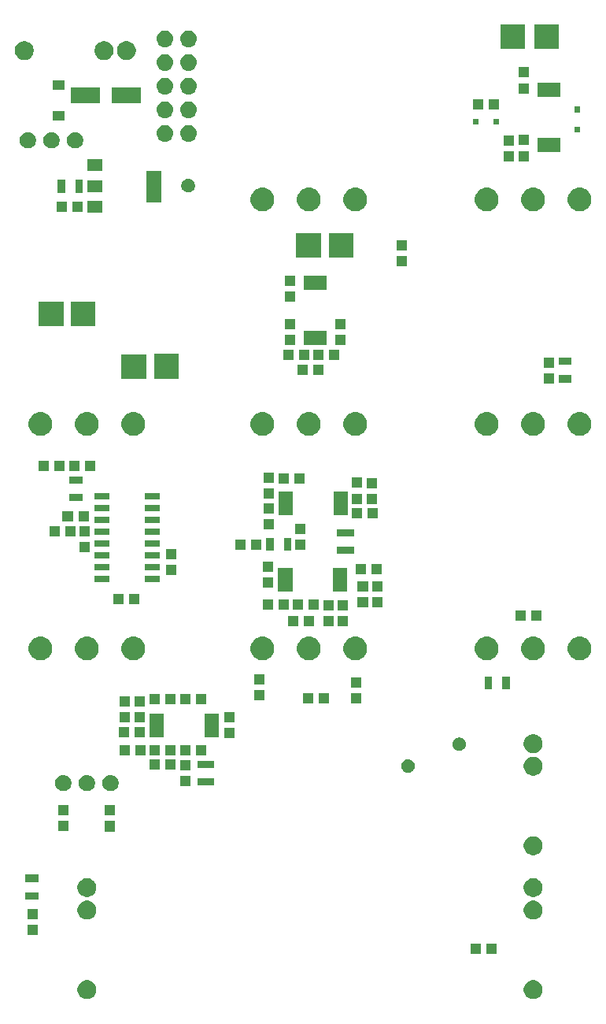
<source format=gbr>
G04 #@! TF.GenerationSoftware,KiCad,Pcbnew,(5.1.4-0-10_14)*
G04 #@! TF.CreationDate,2019-11-19T17:15:00-08:00*
G04 #@! TF.ProjectId,DS8,4453382e-6b69-4636-9164-5f7063625858,rev?*
G04 #@! TF.SameCoordinates,Original*
G04 #@! TF.FileFunction,Soldermask,Top*
G04 #@! TF.FilePolarity,Negative*
%FSLAX46Y46*%
G04 Gerber Fmt 4.6, Leading zero omitted, Abs format (unit mm)*
G04 Created by KiCad (PCBNEW (5.1.4-0-10_14)) date 2019-11-19 17:15:00*
%MOMM*%
%LPD*%
G04 APERTURE LIST*
%ADD10C,0.100000*%
G04 APERTURE END LIST*
D10*
G36*
X57192415Y4424149D02*
G01*
X57377350Y4347546D01*
X57377351Y4347545D01*
X57543790Y4236334D01*
X57685334Y4094790D01*
X57685335Y4094788D01*
X57796546Y3928350D01*
X57873149Y3743415D01*
X57912200Y3547088D01*
X57912200Y3346912D01*
X57873149Y3150585D01*
X57796546Y2965650D01*
X57796545Y2965649D01*
X57685334Y2799210D01*
X57543790Y2657666D01*
X57460004Y2601682D01*
X57377350Y2546454D01*
X57192415Y2469851D01*
X56996088Y2430800D01*
X56795912Y2430800D01*
X56599585Y2469851D01*
X56414650Y2546454D01*
X56331996Y2601682D01*
X56248210Y2657666D01*
X56106666Y2799210D01*
X55995455Y2965649D01*
X55995454Y2965650D01*
X55918851Y3150585D01*
X55879800Y3346912D01*
X55879800Y3547088D01*
X55918851Y3743415D01*
X55995454Y3928350D01*
X56106665Y4094788D01*
X56106666Y4094790D01*
X56248210Y4236334D01*
X56414649Y4347545D01*
X56414650Y4347546D01*
X56599585Y4424149D01*
X56795912Y4463200D01*
X56996088Y4463200D01*
X57192415Y4424149D01*
X57192415Y4424149D01*
G37*
G36*
X9186415Y4424149D02*
G01*
X9371350Y4347546D01*
X9371351Y4347545D01*
X9537790Y4236334D01*
X9679334Y4094790D01*
X9679335Y4094788D01*
X9790546Y3928350D01*
X9867149Y3743415D01*
X9906200Y3547088D01*
X9906200Y3346912D01*
X9867149Y3150585D01*
X9790546Y2965650D01*
X9790545Y2965649D01*
X9679334Y2799210D01*
X9537790Y2657666D01*
X9454004Y2601682D01*
X9371350Y2546454D01*
X9186415Y2469851D01*
X8990088Y2430800D01*
X8789912Y2430800D01*
X8593585Y2469851D01*
X8408650Y2546454D01*
X8325996Y2601682D01*
X8242210Y2657666D01*
X8100666Y2799210D01*
X7989455Y2965649D01*
X7989454Y2965650D01*
X7912851Y3150585D01*
X7873800Y3346912D01*
X7873800Y3547088D01*
X7912851Y3743415D01*
X7989454Y3928350D01*
X8100665Y4094788D01*
X8100666Y4094790D01*
X8242210Y4236334D01*
X8408649Y4347545D01*
X8408650Y4347546D01*
X8593585Y4424149D01*
X8789912Y4463200D01*
X8990088Y4463200D01*
X9186415Y4424149D01*
X9186415Y4424149D01*
G37*
G36*
X52991000Y7299000D02*
G01*
X51889000Y7299000D01*
X51889000Y8401000D01*
X52991000Y8401000D01*
X52991000Y7299000D01*
X52991000Y7299000D01*
G37*
G36*
X51291000Y7299000D02*
G01*
X50189000Y7299000D01*
X50189000Y8401000D01*
X51291000Y8401000D01*
X51291000Y7299000D01*
X51291000Y7299000D01*
G37*
G36*
X3631000Y9299000D02*
G01*
X2529000Y9299000D01*
X2529000Y10401000D01*
X3631000Y10401000D01*
X3631000Y9299000D01*
X3631000Y9299000D01*
G37*
G36*
X57192415Y12983949D02*
G01*
X57377350Y12907346D01*
X57377351Y12907345D01*
X57543790Y12796134D01*
X57685334Y12654590D01*
X57685335Y12654588D01*
X57796546Y12488150D01*
X57873149Y12303215D01*
X57912200Y12106888D01*
X57912200Y11906712D01*
X57873149Y11710385D01*
X57796546Y11525450D01*
X57796545Y11525449D01*
X57685334Y11359010D01*
X57543790Y11217466D01*
X57460004Y11161482D01*
X57377350Y11106254D01*
X57192415Y11029651D01*
X56996088Y10990600D01*
X56795912Y10990600D01*
X56599585Y11029651D01*
X56414650Y11106254D01*
X56331996Y11161482D01*
X56248210Y11217466D01*
X56106666Y11359010D01*
X55995455Y11525449D01*
X55995454Y11525450D01*
X55918851Y11710385D01*
X55879800Y11906712D01*
X55879800Y12106888D01*
X55918851Y12303215D01*
X55995454Y12488150D01*
X56106665Y12654588D01*
X56106666Y12654590D01*
X56248210Y12796134D01*
X56414649Y12907345D01*
X56414650Y12907346D01*
X56599585Y12983949D01*
X56795912Y13023000D01*
X56996088Y13023000D01*
X57192415Y12983949D01*
X57192415Y12983949D01*
G37*
G36*
X9186415Y12983949D02*
G01*
X9371350Y12907346D01*
X9371351Y12907345D01*
X9537790Y12796134D01*
X9679334Y12654590D01*
X9679335Y12654588D01*
X9790546Y12488150D01*
X9867149Y12303215D01*
X9906200Y12106888D01*
X9906200Y11906712D01*
X9867149Y11710385D01*
X9790546Y11525450D01*
X9790545Y11525449D01*
X9679334Y11359010D01*
X9537790Y11217466D01*
X9454004Y11161482D01*
X9371350Y11106254D01*
X9186415Y11029651D01*
X8990088Y10990600D01*
X8789912Y10990600D01*
X8593585Y11029651D01*
X8408650Y11106254D01*
X8325996Y11161482D01*
X8242210Y11217466D01*
X8100666Y11359010D01*
X7989455Y11525449D01*
X7989454Y11525450D01*
X7912851Y11710385D01*
X7873800Y11906712D01*
X7873800Y12106888D01*
X7912851Y12303215D01*
X7989454Y12488150D01*
X8100665Y12654588D01*
X8100666Y12654590D01*
X8242210Y12796134D01*
X8408649Y12907345D01*
X8408650Y12907346D01*
X8593585Y12983949D01*
X8789912Y13023000D01*
X8990088Y13023000D01*
X9186415Y12983949D01*
X9186415Y12983949D01*
G37*
G36*
X3631000Y10999000D02*
G01*
X2529000Y10999000D01*
X2529000Y12101000D01*
X3631000Y12101000D01*
X3631000Y10999000D01*
X3631000Y10999000D01*
G37*
G36*
X3681000Y13109000D02*
G01*
X2279000Y13109000D01*
X2279000Y13911000D01*
X3681000Y13911000D01*
X3681000Y13109000D01*
X3681000Y13109000D01*
G37*
G36*
X57192415Y15396949D02*
G01*
X57377350Y15320346D01*
X57377351Y15320345D01*
X57543790Y15209134D01*
X57685334Y15067590D01*
X57741318Y14983804D01*
X57796546Y14901150D01*
X57873149Y14716215D01*
X57912200Y14519888D01*
X57912200Y14319712D01*
X57873149Y14123385D01*
X57796546Y13938450D01*
X57796545Y13938449D01*
X57685334Y13772010D01*
X57543790Y13630466D01*
X57460004Y13574482D01*
X57377350Y13519254D01*
X57192415Y13442651D01*
X56996088Y13403600D01*
X56795912Y13403600D01*
X56599585Y13442651D01*
X56414650Y13519254D01*
X56331996Y13574482D01*
X56248210Y13630466D01*
X56106666Y13772010D01*
X55995455Y13938449D01*
X55995454Y13938450D01*
X55918851Y14123385D01*
X55879800Y14319712D01*
X55879800Y14519888D01*
X55918851Y14716215D01*
X55995454Y14901150D01*
X56050682Y14983804D01*
X56106666Y15067590D01*
X56248210Y15209134D01*
X56414649Y15320345D01*
X56414650Y15320346D01*
X56599585Y15396949D01*
X56795912Y15436000D01*
X56996088Y15436000D01*
X57192415Y15396949D01*
X57192415Y15396949D01*
G37*
G36*
X9186415Y15396949D02*
G01*
X9371350Y15320346D01*
X9371351Y15320345D01*
X9537790Y15209134D01*
X9679334Y15067590D01*
X9735318Y14983804D01*
X9790546Y14901150D01*
X9867149Y14716215D01*
X9906200Y14519888D01*
X9906200Y14319712D01*
X9867149Y14123385D01*
X9790546Y13938450D01*
X9790545Y13938449D01*
X9679334Y13772010D01*
X9537790Y13630466D01*
X9454004Y13574482D01*
X9371350Y13519254D01*
X9186415Y13442651D01*
X8990088Y13403600D01*
X8789912Y13403600D01*
X8593585Y13442651D01*
X8408650Y13519254D01*
X8325996Y13574482D01*
X8242210Y13630466D01*
X8100666Y13772010D01*
X7989455Y13938449D01*
X7989454Y13938450D01*
X7912851Y14123385D01*
X7873800Y14319712D01*
X7873800Y14519888D01*
X7912851Y14716215D01*
X7989454Y14901150D01*
X8044682Y14983804D01*
X8100666Y15067590D01*
X8242210Y15209134D01*
X8408649Y15320345D01*
X8408650Y15320346D01*
X8593585Y15396949D01*
X8789912Y15436000D01*
X8990088Y15436000D01*
X9186415Y15396949D01*
X9186415Y15396949D01*
G37*
G36*
X3681000Y15009000D02*
G01*
X2279000Y15009000D01*
X2279000Y15811000D01*
X3681000Y15811000D01*
X3681000Y15009000D01*
X3681000Y15009000D01*
G37*
G36*
X57192415Y19900149D02*
G01*
X57377350Y19823546D01*
X57377351Y19823545D01*
X57543790Y19712334D01*
X57685334Y19570790D01*
X57685335Y19570788D01*
X57796546Y19404350D01*
X57873149Y19219415D01*
X57912200Y19023088D01*
X57912200Y18822912D01*
X57873149Y18626585D01*
X57796546Y18441650D01*
X57796545Y18441649D01*
X57685334Y18275210D01*
X57543790Y18133666D01*
X57460004Y18077682D01*
X57377350Y18022454D01*
X57192415Y17945851D01*
X56996088Y17906800D01*
X56795912Y17906800D01*
X56599585Y17945851D01*
X56414650Y18022454D01*
X56331996Y18077682D01*
X56248210Y18133666D01*
X56106666Y18275210D01*
X55995455Y18441649D01*
X55995454Y18441650D01*
X55918851Y18626585D01*
X55879800Y18822912D01*
X55879800Y19023088D01*
X55918851Y19219415D01*
X55995454Y19404350D01*
X56106665Y19570788D01*
X56106666Y19570790D01*
X56248210Y19712334D01*
X56414649Y19823545D01*
X56414650Y19823546D01*
X56599585Y19900149D01*
X56795912Y19939200D01*
X56996088Y19939200D01*
X57192415Y19900149D01*
X57192415Y19900149D01*
G37*
G36*
X11921000Y20459000D02*
G01*
X10819000Y20459000D01*
X10819000Y21561000D01*
X11921000Y21561000D01*
X11921000Y20459000D01*
X11921000Y20459000D01*
G37*
G36*
X6911000Y20519000D02*
G01*
X5809000Y20519000D01*
X5809000Y21621000D01*
X6911000Y21621000D01*
X6911000Y20519000D01*
X6911000Y20519000D01*
G37*
G36*
X11921000Y22159000D02*
G01*
X10819000Y22159000D01*
X10819000Y23261000D01*
X11921000Y23261000D01*
X11921000Y22159000D01*
X11921000Y22159000D01*
G37*
G36*
X6911000Y22219000D02*
G01*
X5809000Y22219000D01*
X5809000Y23321000D01*
X6911000Y23321000D01*
X6911000Y22219000D01*
X6911000Y22219000D01*
G37*
G36*
X11600997Y26513658D02*
G01*
X11685666Y26496817D01*
X11751738Y26469449D01*
X11845177Y26430745D01*
X11988736Y26334822D01*
X12110822Y26212736D01*
X12206745Y26069177D01*
X12272817Y25909665D01*
X12306500Y25740329D01*
X12306500Y25567671D01*
X12272817Y25398335D01*
X12206745Y25238823D01*
X12110822Y25095264D01*
X11988736Y24973178D01*
X11845177Y24877255D01*
X11751738Y24838551D01*
X11685666Y24811183D01*
X11600997Y24794341D01*
X11516329Y24777500D01*
X11343671Y24777500D01*
X11259003Y24794341D01*
X11174334Y24811183D01*
X11108262Y24838551D01*
X11014823Y24877255D01*
X10871264Y24973178D01*
X10749178Y25095264D01*
X10653255Y25238823D01*
X10587183Y25398335D01*
X10553500Y25567671D01*
X10553500Y25740329D01*
X10587183Y25909665D01*
X10653255Y26069177D01*
X10749178Y26212736D01*
X10871264Y26334822D01*
X11014823Y26430745D01*
X11108262Y26469449D01*
X11174334Y26496817D01*
X11259003Y26513658D01*
X11343671Y26530500D01*
X11516329Y26530500D01*
X11600997Y26513658D01*
X11600997Y26513658D01*
G37*
G36*
X6520997Y26513658D02*
G01*
X6605666Y26496817D01*
X6671738Y26469449D01*
X6765177Y26430745D01*
X6908736Y26334822D01*
X7030822Y26212736D01*
X7126745Y26069177D01*
X7192817Y25909665D01*
X7226500Y25740329D01*
X7226500Y25567671D01*
X7192817Y25398335D01*
X7126745Y25238823D01*
X7030822Y25095264D01*
X6908736Y24973178D01*
X6765177Y24877255D01*
X6671738Y24838551D01*
X6605666Y24811183D01*
X6520997Y24794341D01*
X6436329Y24777500D01*
X6263671Y24777500D01*
X6179003Y24794341D01*
X6094334Y24811183D01*
X6028262Y24838551D01*
X5934823Y24877255D01*
X5791264Y24973178D01*
X5669178Y25095264D01*
X5573255Y25238823D01*
X5507183Y25398335D01*
X5473500Y25567671D01*
X5473500Y25740329D01*
X5507183Y25909665D01*
X5573255Y26069177D01*
X5669178Y26212736D01*
X5791264Y26334822D01*
X5934823Y26430745D01*
X6028262Y26469449D01*
X6094334Y26496817D01*
X6179003Y26513658D01*
X6263671Y26530500D01*
X6436329Y26530500D01*
X6520997Y26513658D01*
X6520997Y26513658D01*
G37*
G36*
X9060997Y26513658D02*
G01*
X9145666Y26496817D01*
X9211738Y26469449D01*
X9305177Y26430745D01*
X9448736Y26334822D01*
X9570822Y26212736D01*
X9666745Y26069177D01*
X9732817Y25909665D01*
X9766500Y25740329D01*
X9766500Y25567671D01*
X9732817Y25398335D01*
X9666745Y25238823D01*
X9570822Y25095264D01*
X9448736Y24973178D01*
X9305177Y24877255D01*
X9211738Y24838551D01*
X9145666Y24811183D01*
X9060997Y24794341D01*
X8976329Y24777500D01*
X8803671Y24777500D01*
X8719003Y24794341D01*
X8634334Y24811183D01*
X8568262Y24838551D01*
X8474823Y24877255D01*
X8331264Y24973178D01*
X8209178Y25095264D01*
X8113255Y25238823D01*
X8047183Y25398335D01*
X8013500Y25567671D01*
X8013500Y25740329D01*
X8047183Y25909665D01*
X8113255Y26069177D01*
X8209178Y26212736D01*
X8331264Y26334822D01*
X8474823Y26430745D01*
X8568262Y26469449D01*
X8634334Y26496817D01*
X8719003Y26513658D01*
X8803671Y26530500D01*
X8976329Y26530500D01*
X9060997Y26513658D01*
X9060997Y26513658D01*
G37*
G36*
X20021000Y25319000D02*
G01*
X18919000Y25319000D01*
X18919000Y26421000D01*
X20021000Y26421000D01*
X20021000Y25319000D01*
X20021000Y25319000D01*
G37*
G36*
X22571000Y25414000D02*
G01*
X20769000Y25414000D01*
X20769000Y26166000D01*
X22571000Y26166000D01*
X22571000Y25414000D01*
X22571000Y25414000D01*
G37*
G36*
X57192415Y28459949D02*
G01*
X57377350Y28383346D01*
X57377351Y28383345D01*
X57543790Y28272134D01*
X57685334Y28130590D01*
X57685335Y28130588D01*
X57796546Y27964150D01*
X57873149Y27779215D01*
X57912200Y27582888D01*
X57912200Y27382712D01*
X57873149Y27186385D01*
X57796546Y27001450D01*
X57796545Y27001449D01*
X57685334Y26835010D01*
X57543790Y26693466D01*
X57460004Y26637482D01*
X57377350Y26582254D01*
X57192415Y26505651D01*
X56996088Y26466600D01*
X56795912Y26466600D01*
X56599585Y26505651D01*
X56414650Y26582254D01*
X56331996Y26637482D01*
X56248210Y26693466D01*
X56106666Y26835010D01*
X55995455Y27001449D01*
X55995454Y27001450D01*
X55918851Y27186385D01*
X55879800Y27382712D01*
X55879800Y27582888D01*
X55918851Y27779215D01*
X55995454Y27964150D01*
X56106665Y28130588D01*
X56106666Y28130590D01*
X56248210Y28272134D01*
X56414649Y28383345D01*
X56414650Y28383346D01*
X56599585Y28459949D01*
X56795912Y28499000D01*
X56996088Y28499000D01*
X57192415Y28459949D01*
X57192415Y28459949D01*
G37*
G36*
X43641619Y28197620D02*
G01*
X43773654Y28142929D01*
X43892476Y28063535D01*
X43993535Y27962476D01*
X44072929Y27843654D01*
X44127620Y27711619D01*
X44155500Y27571457D01*
X44155500Y27428543D01*
X44127620Y27288381D01*
X44072929Y27156346D01*
X43993535Y27037524D01*
X43892476Y26936465D01*
X43773654Y26857071D01*
X43641619Y26802380D01*
X43501457Y26774500D01*
X43358543Y26774500D01*
X43218381Y26802380D01*
X43086346Y26857071D01*
X42967524Y26936465D01*
X42866465Y27037524D01*
X42787071Y27156346D01*
X42732380Y27288381D01*
X42704500Y27428543D01*
X42704500Y27571457D01*
X42732380Y27711619D01*
X42787071Y27843654D01*
X42866465Y27962476D01*
X42967524Y28063535D01*
X43086346Y28142929D01*
X43218381Y28197620D01*
X43358543Y28225500D01*
X43501457Y28225500D01*
X43641619Y28197620D01*
X43641619Y28197620D01*
G37*
G36*
X20021000Y27019000D02*
G01*
X18919000Y27019000D01*
X18919000Y28121000D01*
X20021000Y28121000D01*
X20021000Y27019000D01*
X20021000Y27019000D01*
G37*
G36*
X16745000Y27079000D02*
G01*
X15643000Y27079000D01*
X15643000Y28181000D01*
X16745000Y28181000D01*
X16745000Y27079000D01*
X16745000Y27079000D01*
G37*
G36*
X18445000Y27079000D02*
G01*
X17343000Y27079000D01*
X17343000Y28181000D01*
X18445000Y28181000D01*
X18445000Y27079000D01*
X18445000Y27079000D01*
G37*
G36*
X22571000Y27314000D02*
G01*
X20769000Y27314000D01*
X20769000Y28066000D01*
X22571000Y28066000D01*
X22571000Y27314000D01*
X22571000Y27314000D01*
G37*
G36*
X15171000Y28599000D02*
G01*
X14069000Y28599000D01*
X14069000Y29701000D01*
X15171000Y29701000D01*
X15171000Y28599000D01*
X15171000Y28599000D01*
G37*
G36*
X13471000Y28599000D02*
G01*
X12369000Y28599000D01*
X12369000Y29701000D01*
X13471000Y29701000D01*
X13471000Y28599000D01*
X13471000Y28599000D01*
G37*
G36*
X16745000Y28603000D02*
G01*
X15643000Y28603000D01*
X15643000Y29705000D01*
X16745000Y29705000D01*
X16745000Y28603000D01*
X16745000Y28603000D01*
G37*
G36*
X20047000Y28603000D02*
G01*
X18945000Y28603000D01*
X18945000Y29705000D01*
X20047000Y29705000D01*
X20047000Y28603000D01*
X20047000Y28603000D01*
G37*
G36*
X21747000Y28603000D02*
G01*
X20645000Y28603000D01*
X20645000Y29705000D01*
X21747000Y29705000D01*
X21747000Y28603000D01*
X21747000Y28603000D01*
G37*
G36*
X18445000Y28603000D02*
G01*
X17343000Y28603000D01*
X17343000Y29705000D01*
X18445000Y29705000D01*
X18445000Y28603000D01*
X18445000Y28603000D01*
G37*
G36*
X57192415Y30872949D02*
G01*
X57377350Y30796346D01*
X57377351Y30796345D01*
X57543790Y30685134D01*
X57685334Y30543590D01*
X57685335Y30543588D01*
X57796546Y30377150D01*
X57873149Y30192215D01*
X57912200Y29995888D01*
X57912200Y29795712D01*
X57873149Y29599385D01*
X57796546Y29414450D01*
X57796545Y29414449D01*
X57685334Y29248010D01*
X57543790Y29106466D01*
X57460004Y29050482D01*
X57377350Y28995254D01*
X57192415Y28918651D01*
X56996088Y28879600D01*
X56795912Y28879600D01*
X56599585Y28918651D01*
X56414650Y28995254D01*
X56331996Y29050482D01*
X56248210Y29106466D01*
X56106666Y29248010D01*
X55995455Y29414449D01*
X55995454Y29414450D01*
X55918851Y29599385D01*
X55879800Y29795712D01*
X55879800Y29995888D01*
X55918851Y30192215D01*
X55995454Y30377150D01*
X56106665Y30543588D01*
X56106666Y30543590D01*
X56248210Y30685134D01*
X56414649Y30796345D01*
X56414650Y30796346D01*
X56599585Y30872949D01*
X56795912Y30912000D01*
X56996088Y30912000D01*
X57192415Y30872949D01*
X57192415Y30872949D01*
G37*
G36*
X49141619Y30527620D02*
G01*
X49273654Y30472929D01*
X49392476Y30393535D01*
X49493535Y30292476D01*
X49572929Y30173654D01*
X49627620Y30041619D01*
X49655500Y29901457D01*
X49655500Y29758543D01*
X49627620Y29618381D01*
X49572929Y29486346D01*
X49493535Y29367524D01*
X49392476Y29266465D01*
X49273654Y29187071D01*
X49141619Y29132380D01*
X49001457Y29104500D01*
X48858543Y29104500D01*
X48718381Y29132380D01*
X48586346Y29187071D01*
X48467524Y29266465D01*
X48366465Y29367524D01*
X48287071Y29486346D01*
X48232380Y29618381D01*
X48204500Y29758543D01*
X48204500Y29901457D01*
X48232380Y30041619D01*
X48287071Y30173654D01*
X48366465Y30292476D01*
X48467524Y30393535D01*
X48586346Y30472929D01*
X48718381Y30527620D01*
X48858543Y30555500D01*
X49001457Y30555500D01*
X49141619Y30527620D01*
X49141619Y30527620D01*
G37*
G36*
X24741000Y30469000D02*
G01*
X23639000Y30469000D01*
X23639000Y31571000D01*
X24741000Y31571000D01*
X24741000Y30469000D01*
X24741000Y30469000D01*
G37*
G36*
X15129000Y30583000D02*
G01*
X14027000Y30583000D01*
X14027000Y31685000D01*
X15129000Y31685000D01*
X15129000Y30583000D01*
X15129000Y30583000D01*
G37*
G36*
X13429000Y30583000D02*
G01*
X12327000Y30583000D01*
X12327000Y31685000D01*
X13429000Y31685000D01*
X13429000Y30583000D01*
X13429000Y30583000D01*
G37*
G36*
X23072000Y30601000D02*
G01*
X21520000Y30601000D01*
X21520000Y33103000D01*
X23072000Y33103000D01*
X23072000Y30601000D01*
X23072000Y30601000D01*
G37*
G36*
X17172000Y30601000D02*
G01*
X15620000Y30601000D01*
X15620000Y33103000D01*
X17172000Y33103000D01*
X17172000Y30601000D01*
X17172000Y30601000D01*
G37*
G36*
X24741000Y32169000D02*
G01*
X23639000Y32169000D01*
X23639000Y33271000D01*
X24741000Y33271000D01*
X24741000Y32169000D01*
X24741000Y32169000D01*
G37*
G36*
X15101000Y32191000D02*
G01*
X13999000Y32191000D01*
X13999000Y33293000D01*
X15101000Y33293000D01*
X15101000Y32191000D01*
X15101000Y32191000D01*
G37*
G36*
X13531000Y32201000D02*
G01*
X12429000Y32201000D01*
X12429000Y33303000D01*
X13531000Y33303000D01*
X13531000Y32201000D01*
X13531000Y32201000D01*
G37*
G36*
X15101000Y33891000D02*
G01*
X13999000Y33891000D01*
X13999000Y34993000D01*
X15101000Y34993000D01*
X15101000Y33891000D01*
X15101000Y33891000D01*
G37*
G36*
X13531000Y33901000D02*
G01*
X12429000Y33901000D01*
X12429000Y35003000D01*
X13531000Y35003000D01*
X13531000Y33901000D01*
X13531000Y33901000D01*
G37*
G36*
X16761000Y34095000D02*
G01*
X15659000Y34095000D01*
X15659000Y35197000D01*
X16761000Y35197000D01*
X16761000Y34095000D01*
X16761000Y34095000D01*
G37*
G36*
X21763000Y34095000D02*
G01*
X20661000Y34095000D01*
X20661000Y35197000D01*
X21763000Y35197000D01*
X21763000Y34095000D01*
X21763000Y34095000D01*
G37*
G36*
X20063000Y34095000D02*
G01*
X18961000Y34095000D01*
X18961000Y35197000D01*
X20063000Y35197000D01*
X20063000Y34095000D01*
X20063000Y34095000D01*
G37*
G36*
X18461000Y34095000D02*
G01*
X17359000Y34095000D01*
X17359000Y35197000D01*
X18461000Y35197000D01*
X18461000Y34095000D01*
X18461000Y34095000D01*
G37*
G36*
X38361000Y34199000D02*
G01*
X37259000Y34199000D01*
X37259000Y35301000D01*
X38361000Y35301000D01*
X38361000Y34199000D01*
X38361000Y34199000D01*
G37*
G36*
X34929000Y34247000D02*
G01*
X33827000Y34247000D01*
X33827000Y35349000D01*
X34929000Y35349000D01*
X34929000Y34247000D01*
X34929000Y34247000D01*
G37*
G36*
X33229000Y34247000D02*
G01*
X32127000Y34247000D01*
X32127000Y35349000D01*
X33229000Y35349000D01*
X33229000Y34247000D01*
X33229000Y34247000D01*
G37*
G36*
X28011000Y34519000D02*
G01*
X26909000Y34519000D01*
X26909000Y35621000D01*
X28011000Y35621000D01*
X28011000Y34519000D01*
X28011000Y34519000D01*
G37*
G36*
X54361000Y35729000D02*
G01*
X53559000Y35729000D01*
X53559000Y37131000D01*
X54361000Y37131000D01*
X54361000Y35729000D01*
X54361000Y35729000D01*
G37*
G36*
X52461000Y35729000D02*
G01*
X51659000Y35729000D01*
X51659000Y37131000D01*
X52461000Y37131000D01*
X52461000Y35729000D01*
X52461000Y35729000D01*
G37*
G36*
X38361000Y35899000D02*
G01*
X37259000Y35899000D01*
X37259000Y37001000D01*
X38361000Y37001000D01*
X38361000Y35899000D01*
X38361000Y35899000D01*
G37*
G36*
X28011000Y36219000D02*
G01*
X26909000Y36219000D01*
X26909000Y37321000D01*
X28011000Y37321000D01*
X28011000Y36219000D01*
X28011000Y36219000D01*
G37*
G36*
X14137764Y41377598D02*
G01*
X14260445Y41353195D01*
X14491571Y41257459D01*
X14699578Y41118473D01*
X14876473Y40941578D01*
X15015459Y40733571D01*
X15111195Y40502445D01*
X15160000Y40257084D01*
X15160000Y40006916D01*
X15111195Y39761555D01*
X15015459Y39530429D01*
X14876473Y39322422D01*
X14699578Y39145527D01*
X14491571Y39006541D01*
X14260445Y38910805D01*
X14137765Y38886403D01*
X14015085Y38862000D01*
X13764915Y38862000D01*
X13642235Y38886403D01*
X13519555Y38910805D01*
X13288429Y39006541D01*
X13080422Y39145527D01*
X12903527Y39322422D01*
X12764541Y39530429D01*
X12668805Y39761555D01*
X12620000Y40006916D01*
X12620000Y40257084D01*
X12668805Y40502445D01*
X12764541Y40733571D01*
X12903527Y40941578D01*
X13080422Y41118473D01*
X13288429Y41257459D01*
X13519555Y41353195D01*
X13642236Y41377598D01*
X13764915Y41402000D01*
X14015085Y41402000D01*
X14137764Y41377598D01*
X14137764Y41377598D01*
G37*
G36*
X9137764Y41377598D02*
G01*
X9260445Y41353195D01*
X9491571Y41257459D01*
X9699578Y41118473D01*
X9876473Y40941578D01*
X10015459Y40733571D01*
X10111195Y40502445D01*
X10160000Y40257084D01*
X10160000Y40006916D01*
X10111195Y39761555D01*
X10015459Y39530429D01*
X9876473Y39322422D01*
X9699578Y39145527D01*
X9491571Y39006541D01*
X9260445Y38910805D01*
X9137765Y38886403D01*
X9015085Y38862000D01*
X8764915Y38862000D01*
X8642235Y38886403D01*
X8519555Y38910805D01*
X8288429Y39006541D01*
X8080422Y39145527D01*
X7903527Y39322422D01*
X7764541Y39530429D01*
X7668805Y39761555D01*
X7620000Y40006916D01*
X7620000Y40257084D01*
X7668805Y40502445D01*
X7764541Y40733571D01*
X7903527Y40941578D01*
X8080422Y41118473D01*
X8288429Y41257459D01*
X8519555Y41353195D01*
X8642236Y41377598D01*
X8764915Y41402000D01*
X9015085Y41402000D01*
X9137764Y41377598D01*
X9137764Y41377598D01*
G37*
G36*
X57143764Y41377598D02*
G01*
X57266445Y41353195D01*
X57497571Y41257459D01*
X57705578Y41118473D01*
X57882473Y40941578D01*
X58021459Y40733571D01*
X58117195Y40502445D01*
X58166000Y40257084D01*
X58166000Y40006916D01*
X58117195Y39761555D01*
X58021459Y39530429D01*
X57882473Y39322422D01*
X57705578Y39145527D01*
X57497571Y39006541D01*
X57266445Y38910805D01*
X57143765Y38886403D01*
X57021085Y38862000D01*
X56770915Y38862000D01*
X56648235Y38886403D01*
X56525555Y38910805D01*
X56294429Y39006541D01*
X56086422Y39145527D01*
X55909527Y39322422D01*
X55770541Y39530429D01*
X55674805Y39761555D01*
X55626000Y40006916D01*
X55626000Y40257084D01*
X55674805Y40502445D01*
X55770541Y40733571D01*
X55909527Y40941578D01*
X56086422Y41118473D01*
X56294429Y41257459D01*
X56525555Y41353195D01*
X56648236Y41377598D01*
X56770915Y41402000D01*
X57021085Y41402000D01*
X57143764Y41377598D01*
X57143764Y41377598D01*
G37*
G36*
X38013764Y41377598D02*
G01*
X38136445Y41353195D01*
X38367571Y41257459D01*
X38575578Y41118473D01*
X38752473Y40941578D01*
X38891459Y40733571D01*
X38987195Y40502445D01*
X39036000Y40257084D01*
X39036000Y40006916D01*
X38987195Y39761555D01*
X38891459Y39530429D01*
X38752473Y39322422D01*
X38575578Y39145527D01*
X38367571Y39006541D01*
X38136445Y38910805D01*
X38013765Y38886403D01*
X37891085Y38862000D01*
X37640915Y38862000D01*
X37518235Y38886403D01*
X37395555Y38910805D01*
X37164429Y39006541D01*
X36956422Y39145527D01*
X36779527Y39322422D01*
X36640541Y39530429D01*
X36544805Y39761555D01*
X36496000Y40006916D01*
X36496000Y40257084D01*
X36544805Y40502445D01*
X36640541Y40733571D01*
X36779527Y40941578D01*
X36956422Y41118473D01*
X37164429Y41257459D01*
X37395555Y41353195D01*
X37518236Y41377598D01*
X37640915Y41402000D01*
X37891085Y41402000D01*
X38013764Y41377598D01*
X38013764Y41377598D01*
G37*
G36*
X33013764Y41377598D02*
G01*
X33136445Y41353195D01*
X33367571Y41257459D01*
X33575578Y41118473D01*
X33752473Y40941578D01*
X33891459Y40733571D01*
X33987195Y40502445D01*
X34036000Y40257084D01*
X34036000Y40006916D01*
X33987195Y39761555D01*
X33891459Y39530429D01*
X33752473Y39322422D01*
X33575578Y39145527D01*
X33367571Y39006541D01*
X33136445Y38910805D01*
X33013765Y38886403D01*
X32891085Y38862000D01*
X32640915Y38862000D01*
X32518235Y38886403D01*
X32395555Y38910805D01*
X32164429Y39006541D01*
X31956422Y39145527D01*
X31779527Y39322422D01*
X31640541Y39530429D01*
X31544805Y39761555D01*
X31496000Y40006916D01*
X31496000Y40257084D01*
X31544805Y40502445D01*
X31640541Y40733571D01*
X31779527Y40941578D01*
X31956422Y41118473D01*
X32164429Y41257459D01*
X32395555Y41353195D01*
X32518236Y41377598D01*
X32640915Y41402000D01*
X32891085Y41402000D01*
X33013764Y41377598D01*
X33013764Y41377598D01*
G37*
G36*
X28013764Y41377598D02*
G01*
X28136445Y41353195D01*
X28367571Y41257459D01*
X28575578Y41118473D01*
X28752473Y40941578D01*
X28891459Y40733571D01*
X28987195Y40502445D01*
X29036000Y40257084D01*
X29036000Y40006916D01*
X28987195Y39761555D01*
X28891459Y39530429D01*
X28752473Y39322422D01*
X28575578Y39145527D01*
X28367571Y39006541D01*
X28136445Y38910805D01*
X28013765Y38886403D01*
X27891085Y38862000D01*
X27640915Y38862000D01*
X27518235Y38886403D01*
X27395555Y38910805D01*
X27164429Y39006541D01*
X26956422Y39145527D01*
X26779527Y39322422D01*
X26640541Y39530429D01*
X26544805Y39761555D01*
X26496000Y40006916D01*
X26496000Y40257084D01*
X26544805Y40502445D01*
X26640541Y40733571D01*
X26779527Y40941578D01*
X26956422Y41118473D01*
X27164429Y41257459D01*
X27395555Y41353195D01*
X27518236Y41377598D01*
X27640915Y41402000D01*
X27891085Y41402000D01*
X28013764Y41377598D01*
X28013764Y41377598D01*
G37*
G36*
X52143764Y41377598D02*
G01*
X52266445Y41353195D01*
X52497571Y41257459D01*
X52705578Y41118473D01*
X52882473Y40941578D01*
X53021459Y40733571D01*
X53117195Y40502445D01*
X53166000Y40257084D01*
X53166000Y40006916D01*
X53117195Y39761555D01*
X53021459Y39530429D01*
X52882473Y39322422D01*
X52705578Y39145527D01*
X52497571Y39006541D01*
X52266445Y38910805D01*
X52143765Y38886403D01*
X52021085Y38862000D01*
X51770915Y38862000D01*
X51648235Y38886403D01*
X51525555Y38910805D01*
X51294429Y39006541D01*
X51086422Y39145527D01*
X50909527Y39322422D01*
X50770541Y39530429D01*
X50674805Y39761555D01*
X50626000Y40006916D01*
X50626000Y40257084D01*
X50674805Y40502445D01*
X50770541Y40733571D01*
X50909527Y40941578D01*
X51086422Y41118473D01*
X51294429Y41257459D01*
X51525555Y41353195D01*
X51648236Y41377598D01*
X51770915Y41402000D01*
X52021085Y41402000D01*
X52143764Y41377598D01*
X52143764Y41377598D01*
G37*
G36*
X62143764Y41377598D02*
G01*
X62266445Y41353195D01*
X62497571Y41257459D01*
X62705578Y41118473D01*
X62882473Y40941578D01*
X63021459Y40733571D01*
X63117195Y40502445D01*
X63166000Y40257084D01*
X63166000Y40006916D01*
X63117195Y39761555D01*
X63021459Y39530429D01*
X62882473Y39322422D01*
X62705578Y39145527D01*
X62497571Y39006541D01*
X62266445Y38910805D01*
X62143765Y38886403D01*
X62021085Y38862000D01*
X61770915Y38862000D01*
X61648235Y38886403D01*
X61525555Y38910805D01*
X61294429Y39006541D01*
X61086422Y39145527D01*
X60909527Y39322422D01*
X60770541Y39530429D01*
X60674805Y39761555D01*
X60626000Y40006916D01*
X60626000Y40257084D01*
X60674805Y40502445D01*
X60770541Y40733571D01*
X60909527Y40941578D01*
X61086422Y41118473D01*
X61294429Y41257459D01*
X61525555Y41353195D01*
X61648236Y41377598D01*
X61770915Y41402000D01*
X62021085Y41402000D01*
X62143764Y41377598D01*
X62143764Y41377598D01*
G37*
G36*
X4137764Y41377598D02*
G01*
X4260445Y41353195D01*
X4491571Y41257459D01*
X4699578Y41118473D01*
X4876473Y40941578D01*
X5015459Y40733571D01*
X5111195Y40502445D01*
X5160000Y40257084D01*
X5160000Y40006916D01*
X5111195Y39761555D01*
X5015459Y39530429D01*
X4876473Y39322422D01*
X4699578Y39145527D01*
X4491571Y39006541D01*
X4260445Y38910805D01*
X4137765Y38886403D01*
X4015085Y38862000D01*
X3764915Y38862000D01*
X3642235Y38886403D01*
X3519555Y38910805D01*
X3288429Y39006541D01*
X3080422Y39145527D01*
X2903527Y39322422D01*
X2764541Y39530429D01*
X2668805Y39761555D01*
X2620000Y40006916D01*
X2620000Y40257084D01*
X2668805Y40502445D01*
X2764541Y40733571D01*
X2903527Y40941578D01*
X3080422Y41118473D01*
X3288429Y41257459D01*
X3519555Y41353195D01*
X3642236Y41377598D01*
X3764915Y41402000D01*
X4015085Y41402000D01*
X4137764Y41377598D01*
X4137764Y41377598D01*
G37*
G36*
X35411000Y42499000D02*
G01*
X34309000Y42499000D01*
X34309000Y43601000D01*
X35411000Y43601000D01*
X35411000Y42499000D01*
X35411000Y42499000D01*
G37*
G36*
X36971000Y42519000D02*
G01*
X35869000Y42519000D01*
X35869000Y43621000D01*
X36971000Y43621000D01*
X36971000Y42519000D01*
X36971000Y42519000D01*
G37*
G36*
X33341000Y42529000D02*
G01*
X32239000Y42529000D01*
X32239000Y43631000D01*
X33341000Y43631000D01*
X33341000Y42529000D01*
X33341000Y42529000D01*
G37*
G36*
X31641000Y42529000D02*
G01*
X30539000Y42529000D01*
X30539000Y43631000D01*
X31641000Y43631000D01*
X31641000Y42529000D01*
X31641000Y42529000D01*
G37*
G36*
X57811000Y43069000D02*
G01*
X56709000Y43069000D01*
X56709000Y44171000D01*
X57811000Y44171000D01*
X57811000Y43069000D01*
X57811000Y43069000D01*
G37*
G36*
X56111000Y43069000D02*
G01*
X55009000Y43069000D01*
X55009000Y44171000D01*
X56111000Y44171000D01*
X56111000Y43069000D01*
X56111000Y43069000D01*
G37*
G36*
X35411000Y44199000D02*
G01*
X34309000Y44199000D01*
X34309000Y45301000D01*
X35411000Y45301000D01*
X35411000Y44199000D01*
X35411000Y44199000D01*
G37*
G36*
X36971000Y44219000D02*
G01*
X35869000Y44219000D01*
X35869000Y45321000D01*
X36971000Y45321000D01*
X36971000Y44219000D01*
X36971000Y44219000D01*
G37*
G36*
X32141000Y44269000D02*
G01*
X31039000Y44269000D01*
X31039000Y45371000D01*
X32141000Y45371000D01*
X32141000Y44269000D01*
X32141000Y44269000D01*
G37*
G36*
X33841000Y44269000D02*
G01*
X32739000Y44269000D01*
X32739000Y45371000D01*
X33841000Y45371000D01*
X33841000Y44269000D01*
X33841000Y44269000D01*
G37*
G36*
X28901000Y44279000D02*
G01*
X27799000Y44279000D01*
X27799000Y45381000D01*
X28901000Y45381000D01*
X28901000Y44279000D01*
X28901000Y44279000D01*
G37*
G36*
X30601000Y44279000D02*
G01*
X29499000Y44279000D01*
X29499000Y45381000D01*
X30601000Y45381000D01*
X30601000Y44279000D01*
X30601000Y44279000D01*
G37*
G36*
X40701000Y44549000D02*
G01*
X39599000Y44549000D01*
X39599000Y45651000D01*
X40701000Y45651000D01*
X40701000Y44549000D01*
X40701000Y44549000D01*
G37*
G36*
X39121000Y44559000D02*
G01*
X38019000Y44559000D01*
X38019000Y45661000D01*
X39121000Y45661000D01*
X39121000Y44559000D01*
X39121000Y44559000D01*
G37*
G36*
X12811000Y44869000D02*
G01*
X11709000Y44869000D01*
X11709000Y45971000D01*
X12811000Y45971000D01*
X12811000Y44869000D01*
X12811000Y44869000D01*
G37*
G36*
X14511000Y44869000D02*
G01*
X13409000Y44869000D01*
X13409000Y45971000D01*
X14511000Y45971000D01*
X14511000Y44869000D01*
X14511000Y44869000D01*
G37*
G36*
X40701000Y46249000D02*
G01*
X39599000Y46249000D01*
X39599000Y47351000D01*
X40701000Y47351000D01*
X40701000Y46249000D01*
X40701000Y46249000D01*
G37*
G36*
X36900000Y46257000D02*
G01*
X35348000Y46257000D01*
X35348000Y48759000D01*
X36900000Y48759000D01*
X36900000Y46257000D01*
X36900000Y46257000D01*
G37*
G36*
X31000000Y46257000D02*
G01*
X29448000Y46257000D01*
X29448000Y48759000D01*
X31000000Y48759000D01*
X31000000Y46257000D01*
X31000000Y46257000D01*
G37*
G36*
X39121000Y46259000D02*
G01*
X38019000Y46259000D01*
X38019000Y47361000D01*
X39121000Y47361000D01*
X39121000Y46259000D01*
X39121000Y46259000D01*
G37*
G36*
X28941000Y46659000D02*
G01*
X27839000Y46659000D01*
X27839000Y47761000D01*
X28941000Y47761000D01*
X28941000Y46659000D01*
X28941000Y46659000D01*
G37*
G36*
X11311000Y47274000D02*
G01*
X9709000Y47274000D01*
X9709000Y47976000D01*
X11311000Y47976000D01*
X11311000Y47274000D01*
X11311000Y47274000D01*
G37*
G36*
X16711000Y47274000D02*
G01*
X15109000Y47274000D01*
X15109000Y47976000D01*
X16711000Y47976000D01*
X16711000Y47274000D01*
X16711000Y47274000D01*
G37*
G36*
X18491000Y48009000D02*
G01*
X17389000Y48009000D01*
X17389000Y49111000D01*
X18491000Y49111000D01*
X18491000Y48009000D01*
X18491000Y48009000D01*
G37*
G36*
X40631000Y48089000D02*
G01*
X39529000Y48089000D01*
X39529000Y49191000D01*
X40631000Y49191000D01*
X40631000Y48089000D01*
X40631000Y48089000D01*
G37*
G36*
X38931000Y48089000D02*
G01*
X37829000Y48089000D01*
X37829000Y49191000D01*
X38931000Y49191000D01*
X38931000Y48089000D01*
X38931000Y48089000D01*
G37*
G36*
X28941000Y48359000D02*
G01*
X27839000Y48359000D01*
X27839000Y49461000D01*
X28941000Y49461000D01*
X28941000Y48359000D01*
X28941000Y48359000D01*
G37*
G36*
X16711000Y48544000D02*
G01*
X15109000Y48544000D01*
X15109000Y49246000D01*
X16711000Y49246000D01*
X16711000Y48544000D01*
X16711000Y48544000D01*
G37*
G36*
X11311000Y48544000D02*
G01*
X9709000Y48544000D01*
X9709000Y49246000D01*
X11311000Y49246000D01*
X11311000Y48544000D01*
X11311000Y48544000D01*
G37*
G36*
X18491000Y49709000D02*
G01*
X17389000Y49709000D01*
X17389000Y50811000D01*
X18491000Y50811000D01*
X18491000Y49709000D01*
X18491000Y49709000D01*
G37*
G36*
X16711000Y49814000D02*
G01*
X15109000Y49814000D01*
X15109000Y50516000D01*
X16711000Y50516000D01*
X16711000Y49814000D01*
X16711000Y49814000D01*
G37*
G36*
X11311000Y49814000D02*
G01*
X9709000Y49814000D01*
X9709000Y50516000D01*
X11311000Y50516000D01*
X11311000Y49814000D01*
X11311000Y49814000D01*
G37*
G36*
X37611000Y50294000D02*
G01*
X35809000Y50294000D01*
X35809000Y51046000D01*
X37611000Y51046000D01*
X37611000Y50294000D01*
X37611000Y50294000D01*
G37*
G36*
X9221000Y50479000D02*
G01*
X8119000Y50479000D01*
X8119000Y51581000D01*
X9221000Y51581000D01*
X9221000Y50479000D01*
X9221000Y50479000D01*
G37*
G36*
X30871000Y50619000D02*
G01*
X30069000Y50619000D01*
X30069000Y52021000D01*
X30871000Y52021000D01*
X30871000Y50619000D01*
X30871000Y50619000D01*
G37*
G36*
X28971000Y50619000D02*
G01*
X28169000Y50619000D01*
X28169000Y52021000D01*
X28971000Y52021000D01*
X28971000Y50619000D01*
X28971000Y50619000D01*
G37*
G36*
X25931000Y50749000D02*
G01*
X24829000Y50749000D01*
X24829000Y51851000D01*
X25931000Y51851000D01*
X25931000Y50749000D01*
X25931000Y50749000D01*
G37*
G36*
X27631000Y50749000D02*
G01*
X26529000Y50749000D01*
X26529000Y51851000D01*
X27631000Y51851000D01*
X27631000Y50749000D01*
X27631000Y50749000D01*
G37*
G36*
X32411000Y50759000D02*
G01*
X31309000Y50759000D01*
X31309000Y51861000D01*
X32411000Y51861000D01*
X32411000Y50759000D01*
X32411000Y50759000D01*
G37*
G36*
X16711000Y51084000D02*
G01*
X15109000Y51084000D01*
X15109000Y51786000D01*
X16711000Y51786000D01*
X16711000Y51084000D01*
X16711000Y51084000D01*
G37*
G36*
X11311000Y51084000D02*
G01*
X9709000Y51084000D01*
X9709000Y51786000D01*
X11311000Y51786000D01*
X11311000Y51084000D01*
X11311000Y51084000D01*
G37*
G36*
X9221000Y52179000D02*
G01*
X8119000Y52179000D01*
X8119000Y53281000D01*
X9221000Y53281000D01*
X9221000Y52179000D01*
X9221000Y52179000D01*
G37*
G36*
X7681000Y52189000D02*
G01*
X6579000Y52189000D01*
X6579000Y53291000D01*
X7681000Y53291000D01*
X7681000Y52189000D01*
X7681000Y52189000D01*
G37*
G36*
X5981000Y52189000D02*
G01*
X4879000Y52189000D01*
X4879000Y53291000D01*
X5981000Y53291000D01*
X5981000Y52189000D01*
X5981000Y52189000D01*
G37*
G36*
X37611000Y52194000D02*
G01*
X35809000Y52194000D01*
X35809000Y52946000D01*
X37611000Y52946000D01*
X37611000Y52194000D01*
X37611000Y52194000D01*
G37*
G36*
X16711000Y52354000D02*
G01*
X15109000Y52354000D01*
X15109000Y53056000D01*
X16711000Y53056000D01*
X16711000Y52354000D01*
X16711000Y52354000D01*
G37*
G36*
X11311000Y52354000D02*
G01*
X9709000Y52354000D01*
X9709000Y53056000D01*
X11311000Y53056000D01*
X11311000Y52354000D01*
X11311000Y52354000D01*
G37*
G36*
X32411000Y52459000D02*
G01*
X31309000Y52459000D01*
X31309000Y53561000D01*
X32411000Y53561000D01*
X32411000Y52459000D01*
X32411000Y52459000D01*
G37*
G36*
X28981000Y52949000D02*
G01*
X27879000Y52949000D01*
X27879000Y54051000D01*
X28981000Y54051000D01*
X28981000Y52949000D01*
X28981000Y52949000D01*
G37*
G36*
X11311000Y53624000D02*
G01*
X9709000Y53624000D01*
X9709000Y54326000D01*
X11311000Y54326000D01*
X11311000Y53624000D01*
X11311000Y53624000D01*
G37*
G36*
X16711000Y53624000D02*
G01*
X15109000Y53624000D01*
X15109000Y54326000D01*
X16711000Y54326000D01*
X16711000Y53624000D01*
X16711000Y53624000D01*
G37*
G36*
X7371000Y53759000D02*
G01*
X6269000Y53759000D01*
X6269000Y54861000D01*
X7371000Y54861000D01*
X7371000Y53759000D01*
X7371000Y53759000D01*
G37*
G36*
X9071000Y53759000D02*
G01*
X7969000Y53759000D01*
X7969000Y54861000D01*
X9071000Y54861000D01*
X9071000Y53759000D01*
X9071000Y53759000D01*
G37*
G36*
X38511000Y54129000D02*
G01*
X37409000Y54129000D01*
X37409000Y55231000D01*
X38511000Y55231000D01*
X38511000Y54129000D01*
X38511000Y54129000D01*
G37*
G36*
X40211000Y54129000D02*
G01*
X39109000Y54129000D01*
X39109000Y55231000D01*
X40211000Y55231000D01*
X40211000Y54129000D01*
X40211000Y54129000D01*
G37*
G36*
X36958000Y54457000D02*
G01*
X35406000Y54457000D01*
X35406000Y56959000D01*
X36958000Y56959000D01*
X36958000Y54457000D01*
X36958000Y54457000D01*
G37*
G36*
X31058000Y54457000D02*
G01*
X29506000Y54457000D01*
X29506000Y56959000D01*
X31058000Y56959000D01*
X31058000Y54457000D01*
X31058000Y54457000D01*
G37*
G36*
X28981000Y54649000D02*
G01*
X27879000Y54649000D01*
X27879000Y55751000D01*
X28981000Y55751000D01*
X28981000Y54649000D01*
X28981000Y54649000D01*
G37*
G36*
X11311000Y54894000D02*
G01*
X9709000Y54894000D01*
X9709000Y55596000D01*
X11311000Y55596000D01*
X11311000Y54894000D01*
X11311000Y54894000D01*
G37*
G36*
X16711000Y54894000D02*
G01*
X15109000Y54894000D01*
X15109000Y55596000D01*
X16711000Y55596000D01*
X16711000Y54894000D01*
X16711000Y54894000D01*
G37*
G36*
X40111000Y55629000D02*
G01*
X39009000Y55629000D01*
X39009000Y56731000D01*
X40111000Y56731000D01*
X40111000Y55629000D01*
X40111000Y55629000D01*
G37*
G36*
X38511000Y55679000D02*
G01*
X37409000Y55679000D01*
X37409000Y56781000D01*
X38511000Y56781000D01*
X38511000Y55679000D01*
X38511000Y55679000D01*
G37*
G36*
X8391000Y55939000D02*
G01*
X6989000Y55939000D01*
X6989000Y56741000D01*
X8391000Y56741000D01*
X8391000Y55939000D01*
X8391000Y55939000D01*
G37*
G36*
X16711000Y56164000D02*
G01*
X15109000Y56164000D01*
X15109000Y56866000D01*
X16711000Y56866000D01*
X16711000Y56164000D01*
X16711000Y56164000D01*
G37*
G36*
X11311000Y56164000D02*
G01*
X9709000Y56164000D01*
X9709000Y56866000D01*
X11311000Y56866000D01*
X11311000Y56164000D01*
X11311000Y56164000D01*
G37*
G36*
X28981000Y56189000D02*
G01*
X27879000Y56189000D01*
X27879000Y57291000D01*
X28981000Y57291000D01*
X28981000Y56189000D01*
X28981000Y56189000D01*
G37*
G36*
X40111000Y57329000D02*
G01*
X39009000Y57329000D01*
X39009000Y58431000D01*
X40111000Y58431000D01*
X40111000Y57329000D01*
X40111000Y57329000D01*
G37*
G36*
X38511000Y57379000D02*
G01*
X37409000Y57379000D01*
X37409000Y58481000D01*
X38511000Y58481000D01*
X38511000Y57379000D01*
X38511000Y57379000D01*
G37*
G36*
X8391000Y57839000D02*
G01*
X6989000Y57839000D01*
X6989000Y58641000D01*
X8391000Y58641000D01*
X8391000Y57839000D01*
X8391000Y57839000D01*
G37*
G36*
X30611000Y57879000D02*
G01*
X29509000Y57879000D01*
X29509000Y58981000D01*
X30611000Y58981000D01*
X30611000Y57879000D01*
X30611000Y57879000D01*
G37*
G36*
X32311000Y57879000D02*
G01*
X31209000Y57879000D01*
X31209000Y58981000D01*
X32311000Y58981000D01*
X32311000Y57879000D01*
X32311000Y57879000D01*
G37*
G36*
X28981000Y57889000D02*
G01*
X27879000Y57889000D01*
X27879000Y58991000D01*
X28981000Y58991000D01*
X28981000Y57889000D01*
X28981000Y57889000D01*
G37*
G36*
X4791000Y59209000D02*
G01*
X3689000Y59209000D01*
X3689000Y60311000D01*
X4791000Y60311000D01*
X4791000Y59209000D01*
X4791000Y59209000D01*
G37*
G36*
X6491000Y59209000D02*
G01*
X5389000Y59209000D01*
X5389000Y60311000D01*
X6491000Y60311000D01*
X6491000Y59209000D01*
X6491000Y59209000D01*
G37*
G36*
X9771000Y59209000D02*
G01*
X8669000Y59209000D01*
X8669000Y60311000D01*
X9771000Y60311000D01*
X9771000Y59209000D01*
X9771000Y59209000D01*
G37*
G36*
X8071000Y59209000D02*
G01*
X6969000Y59209000D01*
X6969000Y60311000D01*
X8071000Y60311000D01*
X8071000Y59209000D01*
X8071000Y59209000D01*
G37*
G36*
X52143764Y65507598D02*
G01*
X52266445Y65483195D01*
X52497571Y65387459D01*
X52705578Y65248473D01*
X52882473Y65071578D01*
X53021459Y64863571D01*
X53117195Y64632445D01*
X53166000Y64387084D01*
X53166000Y64136916D01*
X53117195Y63891555D01*
X53021459Y63660429D01*
X52882473Y63452422D01*
X52705578Y63275527D01*
X52497571Y63136541D01*
X52266445Y63040805D01*
X52143764Y63016402D01*
X52021085Y62992000D01*
X51770915Y62992000D01*
X51648236Y63016402D01*
X51525555Y63040805D01*
X51294429Y63136541D01*
X51086422Y63275527D01*
X50909527Y63452422D01*
X50770541Y63660429D01*
X50674805Y63891555D01*
X50626000Y64136916D01*
X50626000Y64387084D01*
X50674805Y64632445D01*
X50770541Y64863571D01*
X50909527Y65071578D01*
X51086422Y65248473D01*
X51294429Y65387459D01*
X51525555Y65483195D01*
X51648236Y65507598D01*
X51770915Y65532000D01*
X52021085Y65532000D01*
X52143764Y65507598D01*
X52143764Y65507598D01*
G37*
G36*
X38013764Y65507598D02*
G01*
X38136445Y65483195D01*
X38367571Y65387459D01*
X38575578Y65248473D01*
X38752473Y65071578D01*
X38891459Y64863571D01*
X38987195Y64632445D01*
X39036000Y64387084D01*
X39036000Y64136916D01*
X38987195Y63891555D01*
X38891459Y63660429D01*
X38752473Y63452422D01*
X38575578Y63275527D01*
X38367571Y63136541D01*
X38136445Y63040805D01*
X38013764Y63016402D01*
X37891085Y62992000D01*
X37640915Y62992000D01*
X37518236Y63016402D01*
X37395555Y63040805D01*
X37164429Y63136541D01*
X36956422Y63275527D01*
X36779527Y63452422D01*
X36640541Y63660429D01*
X36544805Y63891555D01*
X36496000Y64136916D01*
X36496000Y64387084D01*
X36544805Y64632445D01*
X36640541Y64863571D01*
X36779527Y65071578D01*
X36956422Y65248473D01*
X37164429Y65387459D01*
X37395555Y65483195D01*
X37518236Y65507598D01*
X37640915Y65532000D01*
X37891085Y65532000D01*
X38013764Y65507598D01*
X38013764Y65507598D01*
G37*
G36*
X33013764Y65507598D02*
G01*
X33136445Y65483195D01*
X33367571Y65387459D01*
X33575578Y65248473D01*
X33752473Y65071578D01*
X33891459Y64863571D01*
X33987195Y64632445D01*
X34036000Y64387084D01*
X34036000Y64136916D01*
X33987195Y63891555D01*
X33891459Y63660429D01*
X33752473Y63452422D01*
X33575578Y63275527D01*
X33367571Y63136541D01*
X33136445Y63040805D01*
X33013764Y63016402D01*
X32891085Y62992000D01*
X32640915Y62992000D01*
X32518236Y63016402D01*
X32395555Y63040805D01*
X32164429Y63136541D01*
X31956422Y63275527D01*
X31779527Y63452422D01*
X31640541Y63660429D01*
X31544805Y63891555D01*
X31496000Y64136916D01*
X31496000Y64387084D01*
X31544805Y64632445D01*
X31640541Y64863571D01*
X31779527Y65071578D01*
X31956422Y65248473D01*
X32164429Y65387459D01*
X32395555Y65483195D01*
X32518236Y65507598D01*
X32640915Y65532000D01*
X32891085Y65532000D01*
X33013764Y65507598D01*
X33013764Y65507598D01*
G37*
G36*
X28013764Y65507598D02*
G01*
X28136445Y65483195D01*
X28367571Y65387459D01*
X28575578Y65248473D01*
X28752473Y65071578D01*
X28891459Y64863571D01*
X28987195Y64632445D01*
X29036000Y64387084D01*
X29036000Y64136916D01*
X28987195Y63891555D01*
X28891459Y63660429D01*
X28752473Y63452422D01*
X28575578Y63275527D01*
X28367571Y63136541D01*
X28136445Y63040805D01*
X28013764Y63016402D01*
X27891085Y62992000D01*
X27640915Y62992000D01*
X27518236Y63016402D01*
X27395555Y63040805D01*
X27164429Y63136541D01*
X26956422Y63275527D01*
X26779527Y63452422D01*
X26640541Y63660429D01*
X26544805Y63891555D01*
X26496000Y64136916D01*
X26496000Y64387084D01*
X26544805Y64632445D01*
X26640541Y64863571D01*
X26779527Y65071578D01*
X26956422Y65248473D01*
X27164429Y65387459D01*
X27395555Y65483195D01*
X27518236Y65507598D01*
X27640915Y65532000D01*
X27891085Y65532000D01*
X28013764Y65507598D01*
X28013764Y65507598D01*
G37*
G36*
X57143764Y65507598D02*
G01*
X57266445Y65483195D01*
X57497571Y65387459D01*
X57705578Y65248473D01*
X57882473Y65071578D01*
X58021459Y64863571D01*
X58117195Y64632445D01*
X58166000Y64387084D01*
X58166000Y64136916D01*
X58117195Y63891555D01*
X58021459Y63660429D01*
X57882473Y63452422D01*
X57705578Y63275527D01*
X57497571Y63136541D01*
X57266445Y63040805D01*
X57143764Y63016402D01*
X57021085Y62992000D01*
X56770915Y62992000D01*
X56648236Y63016402D01*
X56525555Y63040805D01*
X56294429Y63136541D01*
X56086422Y63275527D01*
X55909527Y63452422D01*
X55770541Y63660429D01*
X55674805Y63891555D01*
X55626000Y64136916D01*
X55626000Y64387084D01*
X55674805Y64632445D01*
X55770541Y64863571D01*
X55909527Y65071578D01*
X56086422Y65248473D01*
X56294429Y65387459D01*
X56525555Y65483195D01*
X56648236Y65507598D01*
X56770915Y65532000D01*
X57021085Y65532000D01*
X57143764Y65507598D01*
X57143764Y65507598D01*
G37*
G36*
X62143764Y65507598D02*
G01*
X62266445Y65483195D01*
X62497571Y65387459D01*
X62705578Y65248473D01*
X62882473Y65071578D01*
X63021459Y64863571D01*
X63117195Y64632445D01*
X63166000Y64387084D01*
X63166000Y64136916D01*
X63117195Y63891555D01*
X63021459Y63660429D01*
X62882473Y63452422D01*
X62705578Y63275527D01*
X62497571Y63136541D01*
X62266445Y63040805D01*
X62143764Y63016402D01*
X62021085Y62992000D01*
X61770915Y62992000D01*
X61648236Y63016402D01*
X61525555Y63040805D01*
X61294429Y63136541D01*
X61086422Y63275527D01*
X60909527Y63452422D01*
X60770541Y63660429D01*
X60674805Y63891555D01*
X60626000Y64136916D01*
X60626000Y64387084D01*
X60674805Y64632445D01*
X60770541Y64863571D01*
X60909527Y65071578D01*
X61086422Y65248473D01*
X61294429Y65387459D01*
X61525555Y65483195D01*
X61648236Y65507598D01*
X61770915Y65532000D01*
X62021085Y65532000D01*
X62143764Y65507598D01*
X62143764Y65507598D01*
G37*
G36*
X9137764Y65507598D02*
G01*
X9260445Y65483195D01*
X9491571Y65387459D01*
X9699578Y65248473D01*
X9876473Y65071578D01*
X10015459Y64863571D01*
X10111195Y64632445D01*
X10160000Y64387084D01*
X10160000Y64136916D01*
X10111195Y63891555D01*
X10015459Y63660429D01*
X9876473Y63452422D01*
X9699578Y63275527D01*
X9491571Y63136541D01*
X9260445Y63040805D01*
X9137764Y63016402D01*
X9015085Y62992000D01*
X8764915Y62992000D01*
X8642236Y63016402D01*
X8519555Y63040805D01*
X8288429Y63136541D01*
X8080422Y63275527D01*
X7903527Y63452422D01*
X7764541Y63660429D01*
X7668805Y63891555D01*
X7620000Y64136916D01*
X7620000Y64387084D01*
X7668805Y64632445D01*
X7764541Y64863571D01*
X7903527Y65071578D01*
X8080422Y65248473D01*
X8288429Y65387459D01*
X8519555Y65483195D01*
X8642236Y65507598D01*
X8764915Y65532000D01*
X9015085Y65532000D01*
X9137764Y65507598D01*
X9137764Y65507598D01*
G37*
G36*
X14137764Y65507598D02*
G01*
X14260445Y65483195D01*
X14491571Y65387459D01*
X14699578Y65248473D01*
X14876473Y65071578D01*
X15015459Y64863571D01*
X15111195Y64632445D01*
X15160000Y64387084D01*
X15160000Y64136916D01*
X15111195Y63891555D01*
X15015459Y63660429D01*
X14876473Y63452422D01*
X14699578Y63275527D01*
X14491571Y63136541D01*
X14260445Y63040805D01*
X14137764Y63016402D01*
X14015085Y62992000D01*
X13764915Y62992000D01*
X13642236Y63016402D01*
X13519555Y63040805D01*
X13288429Y63136541D01*
X13080422Y63275527D01*
X12903527Y63452422D01*
X12764541Y63660429D01*
X12668805Y63891555D01*
X12620000Y64136916D01*
X12620000Y64387084D01*
X12668805Y64632445D01*
X12764541Y64863571D01*
X12903527Y65071578D01*
X13080422Y65248473D01*
X13288429Y65387459D01*
X13519555Y65483195D01*
X13642236Y65507598D01*
X13764915Y65532000D01*
X14015085Y65532000D01*
X14137764Y65507598D01*
X14137764Y65507598D01*
G37*
G36*
X4137764Y65507598D02*
G01*
X4260445Y65483195D01*
X4491571Y65387459D01*
X4699578Y65248473D01*
X4876473Y65071578D01*
X5015459Y64863571D01*
X5111195Y64632445D01*
X5160000Y64387084D01*
X5160000Y64136916D01*
X5111195Y63891555D01*
X5015459Y63660429D01*
X4876473Y63452422D01*
X4699578Y63275527D01*
X4491571Y63136541D01*
X4260445Y63040805D01*
X4137764Y63016402D01*
X4015085Y62992000D01*
X3764915Y62992000D01*
X3642236Y63016402D01*
X3519555Y63040805D01*
X3288429Y63136541D01*
X3080422Y63275527D01*
X2903527Y63452422D01*
X2764541Y63660429D01*
X2668805Y63891555D01*
X2620000Y64136916D01*
X2620000Y64387084D01*
X2668805Y64632445D01*
X2764541Y64863571D01*
X2903527Y65071578D01*
X3080422Y65248473D01*
X3288429Y65387459D01*
X3519555Y65483195D01*
X3642236Y65507598D01*
X3764915Y65532000D01*
X4015085Y65532000D01*
X4137764Y65507598D01*
X4137764Y65507598D01*
G37*
G36*
X59161000Y68589000D02*
G01*
X58059000Y68589000D01*
X58059000Y69691000D01*
X59161000Y69691000D01*
X59161000Y68589000D01*
X59161000Y68589000D01*
G37*
G36*
X61041000Y68689000D02*
G01*
X59639000Y68689000D01*
X59639000Y69491000D01*
X61041000Y69491000D01*
X61041000Y68689000D01*
X61041000Y68689000D01*
G37*
G36*
X15251000Y69119000D02*
G01*
X12609000Y69119000D01*
X12609000Y71761000D01*
X15251000Y71761000D01*
X15251000Y69119000D01*
X15251000Y69119000D01*
G37*
G36*
X18771000Y69129000D02*
G01*
X16129000Y69129000D01*
X16129000Y71771000D01*
X18771000Y71771000D01*
X18771000Y69129000D01*
X18771000Y69129000D01*
G37*
G36*
X32651000Y69559000D02*
G01*
X31549000Y69559000D01*
X31549000Y70661000D01*
X32651000Y70661000D01*
X32651000Y69559000D01*
X32651000Y69559000D01*
G37*
G36*
X34351000Y69559000D02*
G01*
X33249000Y69559000D01*
X33249000Y70661000D01*
X34351000Y70661000D01*
X34351000Y69559000D01*
X34351000Y69559000D01*
G37*
G36*
X59161000Y70289000D02*
G01*
X58059000Y70289000D01*
X58059000Y71391000D01*
X59161000Y71391000D01*
X59161000Y70289000D01*
X59161000Y70289000D01*
G37*
G36*
X61041000Y70589000D02*
G01*
X59639000Y70589000D01*
X59639000Y71391000D01*
X61041000Y71391000D01*
X61041000Y70589000D01*
X61041000Y70589000D01*
G37*
G36*
X36051000Y71119000D02*
G01*
X34949000Y71119000D01*
X34949000Y72221000D01*
X36051000Y72221000D01*
X36051000Y71119000D01*
X36051000Y71119000D01*
G37*
G36*
X34351000Y71119000D02*
G01*
X33249000Y71119000D01*
X33249000Y72221000D01*
X34351000Y72221000D01*
X34351000Y71119000D01*
X34351000Y71119000D01*
G37*
G36*
X31101000Y71139000D02*
G01*
X29999000Y71139000D01*
X29999000Y72241000D01*
X31101000Y72241000D01*
X31101000Y71139000D01*
X31101000Y71139000D01*
G37*
G36*
X32801000Y71139000D02*
G01*
X31699000Y71139000D01*
X31699000Y72241000D01*
X32801000Y72241000D01*
X32801000Y71139000D01*
X32801000Y71139000D01*
G37*
G36*
X36721000Y72719000D02*
G01*
X35619000Y72719000D01*
X35619000Y73821000D01*
X36721000Y73821000D01*
X36721000Y72719000D01*
X36721000Y72719000D01*
G37*
G36*
X34711000Y72734000D02*
G01*
X32209000Y72734000D01*
X32209000Y74286000D01*
X34711000Y74286000D01*
X34711000Y72734000D01*
X34711000Y72734000D01*
G37*
G36*
X31311000Y72759000D02*
G01*
X30209000Y72759000D01*
X30209000Y73861000D01*
X31311000Y73861000D01*
X31311000Y72759000D01*
X31311000Y72759000D01*
G37*
G36*
X36721000Y74419000D02*
G01*
X35619000Y74419000D01*
X35619000Y75521000D01*
X36721000Y75521000D01*
X36721000Y74419000D01*
X36721000Y74419000D01*
G37*
G36*
X31311000Y74459000D02*
G01*
X30209000Y74459000D01*
X30209000Y75561000D01*
X31311000Y75561000D01*
X31311000Y74459000D01*
X31311000Y74459000D01*
G37*
G36*
X6361000Y74769000D02*
G01*
X3719000Y74769000D01*
X3719000Y77411000D01*
X6361000Y77411000D01*
X6361000Y74769000D01*
X6361000Y74769000D01*
G37*
G36*
X9801000Y74769000D02*
G01*
X7159000Y74769000D01*
X7159000Y77411000D01*
X9801000Y77411000D01*
X9801000Y74769000D01*
X9801000Y74769000D01*
G37*
G36*
X31311000Y77409000D02*
G01*
X30209000Y77409000D01*
X30209000Y78511000D01*
X31311000Y78511000D01*
X31311000Y77409000D01*
X31311000Y77409000D01*
G37*
G36*
X34711000Y78634000D02*
G01*
X32209000Y78634000D01*
X32209000Y80186000D01*
X34711000Y80186000D01*
X34711000Y78634000D01*
X34711000Y78634000D01*
G37*
G36*
X31311000Y79109000D02*
G01*
X30209000Y79109000D01*
X30209000Y80211000D01*
X31311000Y80211000D01*
X31311000Y79109000D01*
X31311000Y79109000D01*
G37*
G36*
X43311000Y81199000D02*
G01*
X42209000Y81199000D01*
X42209000Y82301000D01*
X43311000Y82301000D01*
X43311000Y81199000D01*
X43311000Y81199000D01*
G37*
G36*
X34051000Y82139000D02*
G01*
X31409000Y82139000D01*
X31409000Y84781000D01*
X34051000Y84781000D01*
X34051000Y82139000D01*
X34051000Y82139000D01*
G37*
G36*
X37591000Y82139000D02*
G01*
X34949000Y82139000D01*
X34949000Y84781000D01*
X37591000Y84781000D01*
X37591000Y82139000D01*
X37591000Y82139000D01*
G37*
G36*
X43311000Y82899000D02*
G01*
X42209000Y82899000D01*
X42209000Y84001000D01*
X43311000Y84001000D01*
X43311000Y82899000D01*
X43311000Y82899000D01*
G37*
G36*
X10529000Y86937000D02*
G01*
X8927000Y86937000D01*
X8927000Y88239000D01*
X10529000Y88239000D01*
X10529000Y86937000D01*
X10529000Y86937000D01*
G37*
G36*
X6761000Y87029000D02*
G01*
X5659000Y87029000D01*
X5659000Y88131000D01*
X6761000Y88131000D01*
X6761000Y87029000D01*
X6761000Y87029000D01*
G37*
G36*
X8461000Y87029000D02*
G01*
X7359000Y87029000D01*
X7359000Y88131000D01*
X8461000Y88131000D01*
X8461000Y87029000D01*
X8461000Y87029000D01*
G37*
G36*
X28013764Y89637598D02*
G01*
X28136445Y89613195D01*
X28367571Y89517459D01*
X28575578Y89378473D01*
X28752473Y89201578D01*
X28891459Y88993571D01*
X28987195Y88762445D01*
X29036000Y88517084D01*
X29036000Y88266916D01*
X28987195Y88021555D01*
X28891459Y87790429D01*
X28752473Y87582422D01*
X28575578Y87405527D01*
X28367571Y87266541D01*
X28136445Y87170805D01*
X28013765Y87146403D01*
X27891085Y87122000D01*
X27640915Y87122000D01*
X27518235Y87146403D01*
X27395555Y87170805D01*
X27164429Y87266541D01*
X26956422Y87405527D01*
X26779527Y87582422D01*
X26640541Y87790429D01*
X26544805Y88021555D01*
X26496000Y88266916D01*
X26496000Y88517084D01*
X26544805Y88762445D01*
X26640541Y88993571D01*
X26779527Y89201578D01*
X26956422Y89378473D01*
X27164429Y89517459D01*
X27395555Y89613195D01*
X27518236Y89637598D01*
X27640915Y89662000D01*
X27891085Y89662000D01*
X28013764Y89637598D01*
X28013764Y89637598D01*
G37*
G36*
X33013764Y89637598D02*
G01*
X33136445Y89613195D01*
X33367571Y89517459D01*
X33575578Y89378473D01*
X33752473Y89201578D01*
X33891459Y88993571D01*
X33987195Y88762445D01*
X34036000Y88517084D01*
X34036000Y88266916D01*
X33987195Y88021555D01*
X33891459Y87790429D01*
X33752473Y87582422D01*
X33575578Y87405527D01*
X33367571Y87266541D01*
X33136445Y87170805D01*
X33013765Y87146403D01*
X32891085Y87122000D01*
X32640915Y87122000D01*
X32518235Y87146403D01*
X32395555Y87170805D01*
X32164429Y87266541D01*
X31956422Y87405527D01*
X31779527Y87582422D01*
X31640541Y87790429D01*
X31544805Y88021555D01*
X31496000Y88266916D01*
X31496000Y88517084D01*
X31544805Y88762445D01*
X31640541Y88993571D01*
X31779527Y89201578D01*
X31956422Y89378473D01*
X32164429Y89517459D01*
X32395555Y89613195D01*
X32518236Y89637598D01*
X32640915Y89662000D01*
X32891085Y89662000D01*
X33013764Y89637598D01*
X33013764Y89637598D01*
G37*
G36*
X38013764Y89637598D02*
G01*
X38136445Y89613195D01*
X38367571Y89517459D01*
X38575578Y89378473D01*
X38752473Y89201578D01*
X38891459Y88993571D01*
X38987195Y88762445D01*
X39036000Y88517084D01*
X39036000Y88266916D01*
X38987195Y88021555D01*
X38891459Y87790429D01*
X38752473Y87582422D01*
X38575578Y87405527D01*
X38367571Y87266541D01*
X38136445Y87170805D01*
X38013765Y87146403D01*
X37891085Y87122000D01*
X37640915Y87122000D01*
X37518235Y87146403D01*
X37395555Y87170805D01*
X37164429Y87266541D01*
X36956422Y87405527D01*
X36779527Y87582422D01*
X36640541Y87790429D01*
X36544805Y88021555D01*
X36496000Y88266916D01*
X36496000Y88517084D01*
X36544805Y88762445D01*
X36640541Y88993571D01*
X36779527Y89201578D01*
X36956422Y89378473D01*
X37164429Y89517459D01*
X37395555Y89613195D01*
X37518236Y89637598D01*
X37640915Y89662000D01*
X37891085Y89662000D01*
X38013764Y89637598D01*
X38013764Y89637598D01*
G37*
G36*
X52143764Y89637598D02*
G01*
X52266445Y89613195D01*
X52497571Y89517459D01*
X52705578Y89378473D01*
X52882473Y89201578D01*
X53021459Y88993571D01*
X53117195Y88762445D01*
X53166000Y88517084D01*
X53166000Y88266916D01*
X53117195Y88021555D01*
X53021459Y87790429D01*
X52882473Y87582422D01*
X52705578Y87405527D01*
X52497571Y87266541D01*
X52266445Y87170805D01*
X52143765Y87146403D01*
X52021085Y87122000D01*
X51770915Y87122000D01*
X51648235Y87146403D01*
X51525555Y87170805D01*
X51294429Y87266541D01*
X51086422Y87405527D01*
X50909527Y87582422D01*
X50770541Y87790429D01*
X50674805Y88021555D01*
X50626000Y88266916D01*
X50626000Y88517084D01*
X50674805Y88762445D01*
X50770541Y88993571D01*
X50909527Y89201578D01*
X51086422Y89378473D01*
X51294429Y89517459D01*
X51525555Y89613195D01*
X51648236Y89637598D01*
X51770915Y89662000D01*
X52021085Y89662000D01*
X52143764Y89637598D01*
X52143764Y89637598D01*
G37*
G36*
X57143764Y89637598D02*
G01*
X57266445Y89613195D01*
X57497571Y89517459D01*
X57705578Y89378473D01*
X57882473Y89201578D01*
X58021459Y88993571D01*
X58117195Y88762445D01*
X58166000Y88517084D01*
X58166000Y88266916D01*
X58117195Y88021555D01*
X58021459Y87790429D01*
X57882473Y87582422D01*
X57705578Y87405527D01*
X57497571Y87266541D01*
X57266445Y87170805D01*
X57143765Y87146403D01*
X57021085Y87122000D01*
X56770915Y87122000D01*
X56648235Y87146403D01*
X56525555Y87170805D01*
X56294429Y87266541D01*
X56086422Y87405527D01*
X55909527Y87582422D01*
X55770541Y87790429D01*
X55674805Y88021555D01*
X55626000Y88266916D01*
X55626000Y88517084D01*
X55674805Y88762445D01*
X55770541Y88993571D01*
X55909527Y89201578D01*
X56086422Y89378473D01*
X56294429Y89517459D01*
X56525555Y89613195D01*
X56648236Y89637598D01*
X56770915Y89662000D01*
X57021085Y89662000D01*
X57143764Y89637598D01*
X57143764Y89637598D01*
G37*
G36*
X62143764Y89637598D02*
G01*
X62266445Y89613195D01*
X62497571Y89517459D01*
X62705578Y89378473D01*
X62882473Y89201578D01*
X63021459Y88993571D01*
X63117195Y88762445D01*
X63166000Y88517084D01*
X63166000Y88266916D01*
X63117195Y88021555D01*
X63021459Y87790429D01*
X62882473Y87582422D01*
X62705578Y87405527D01*
X62497571Y87266541D01*
X62266445Y87170805D01*
X62143765Y87146403D01*
X62021085Y87122000D01*
X61770915Y87122000D01*
X61648235Y87146403D01*
X61525555Y87170805D01*
X61294429Y87266541D01*
X61086422Y87405527D01*
X60909527Y87582422D01*
X60770541Y87790429D01*
X60674805Y88021555D01*
X60626000Y88266916D01*
X60626000Y88517084D01*
X60674805Y88762445D01*
X60770541Y88993571D01*
X60909527Y89201578D01*
X61086422Y89378473D01*
X61294429Y89517459D01*
X61525555Y89613195D01*
X61648236Y89637598D01*
X61770915Y89662000D01*
X62021085Y89662000D01*
X62143764Y89637598D01*
X62143764Y89637598D01*
G37*
G36*
X16929000Y88087000D02*
G01*
X15327000Y88087000D01*
X15327000Y91489000D01*
X16929000Y91489000D01*
X16929000Y88087000D01*
X16929000Y88087000D01*
G37*
G36*
X6551000Y89099000D02*
G01*
X5749000Y89099000D01*
X5749000Y90501000D01*
X6551000Y90501000D01*
X6551000Y89099000D01*
X6551000Y89099000D01*
G37*
G36*
X8451000Y89099000D02*
G01*
X7649000Y89099000D01*
X7649000Y90501000D01*
X8451000Y90501000D01*
X8451000Y89099000D01*
X8451000Y89099000D01*
G37*
G36*
X10529000Y89137000D02*
G01*
X8927000Y89137000D01*
X8927000Y90439000D01*
X10529000Y90439000D01*
X10529000Y89137000D01*
X10529000Y89137000D01*
G37*
G36*
X19991619Y90567620D02*
G01*
X20123654Y90512929D01*
X20242476Y90433535D01*
X20343535Y90332476D01*
X20422929Y90213654D01*
X20477620Y90081619D01*
X20505500Y89941457D01*
X20505500Y89798543D01*
X20477620Y89658381D01*
X20422929Y89526346D01*
X20343535Y89407524D01*
X20242476Y89306465D01*
X20123654Y89227071D01*
X19991619Y89172380D01*
X19851457Y89144500D01*
X19708543Y89144500D01*
X19568381Y89172380D01*
X19436346Y89227071D01*
X19317524Y89306465D01*
X19216465Y89407524D01*
X19137071Y89526346D01*
X19082380Y89658381D01*
X19054500Y89798543D01*
X19054500Y89941457D01*
X19082380Y90081619D01*
X19137071Y90213654D01*
X19216465Y90332476D01*
X19317524Y90433535D01*
X19436346Y90512929D01*
X19568381Y90567620D01*
X19708543Y90595500D01*
X19851457Y90595500D01*
X19991619Y90567620D01*
X19991619Y90567620D01*
G37*
G36*
X10529000Y91437000D02*
G01*
X8927000Y91437000D01*
X8927000Y92739000D01*
X10529000Y92739000D01*
X10529000Y91437000D01*
X10529000Y91437000D01*
G37*
G36*
X54841000Y92499000D02*
G01*
X53739000Y92499000D01*
X53739000Y93601000D01*
X54841000Y93601000D01*
X54841000Y92499000D01*
X54841000Y92499000D01*
G37*
G36*
X56401000Y92509000D02*
G01*
X55299000Y92509000D01*
X55299000Y93611000D01*
X56401000Y93611000D01*
X56401000Y92509000D01*
X56401000Y92509000D01*
G37*
G36*
X59859000Y93486000D02*
G01*
X57357000Y93486000D01*
X57357000Y95038000D01*
X59859000Y95038000D01*
X59859000Y93486000D01*
X59859000Y93486000D01*
G37*
G36*
X2710997Y95601658D02*
G01*
X2795666Y95584817D01*
X2857993Y95559000D01*
X2955177Y95518745D01*
X3098736Y95422822D01*
X3220822Y95300736D01*
X3316745Y95157177D01*
X3382817Y94997665D01*
X3416500Y94828329D01*
X3416500Y94655671D01*
X3382817Y94486335D01*
X3316745Y94326823D01*
X3220822Y94183264D01*
X3098736Y94061178D01*
X2955177Y93965255D01*
X2861738Y93926551D01*
X2795666Y93899183D01*
X2710997Y93882341D01*
X2626329Y93865500D01*
X2453671Y93865500D01*
X2369003Y93882341D01*
X2284334Y93899183D01*
X2218262Y93926551D01*
X2124823Y93965255D01*
X1981264Y94061178D01*
X1859178Y94183264D01*
X1763255Y94326823D01*
X1697183Y94486335D01*
X1663500Y94655671D01*
X1663500Y94828329D01*
X1697183Y94997665D01*
X1763255Y95157177D01*
X1859178Y95300736D01*
X1981264Y95422822D01*
X2124823Y95518745D01*
X2222007Y95559000D01*
X2284334Y95584817D01*
X2369003Y95601658D01*
X2453671Y95618500D01*
X2626329Y95618500D01*
X2710997Y95601658D01*
X2710997Y95601658D01*
G37*
G36*
X5250997Y95601658D02*
G01*
X5335666Y95584817D01*
X5397993Y95559000D01*
X5495177Y95518745D01*
X5638736Y95422822D01*
X5760822Y95300736D01*
X5856745Y95157177D01*
X5922817Y94997665D01*
X5956500Y94828329D01*
X5956500Y94655671D01*
X5922817Y94486335D01*
X5856745Y94326823D01*
X5760822Y94183264D01*
X5638736Y94061178D01*
X5495177Y93965255D01*
X5401738Y93926551D01*
X5335666Y93899183D01*
X5250997Y93882341D01*
X5166329Y93865500D01*
X4993671Y93865500D01*
X4909003Y93882341D01*
X4824334Y93899183D01*
X4758262Y93926551D01*
X4664823Y93965255D01*
X4521264Y94061178D01*
X4399178Y94183264D01*
X4303255Y94326823D01*
X4237183Y94486335D01*
X4203500Y94655671D01*
X4203500Y94828329D01*
X4237183Y94997665D01*
X4303255Y95157177D01*
X4399178Y95300736D01*
X4521264Y95422822D01*
X4664823Y95518745D01*
X4762007Y95559000D01*
X4824334Y95584817D01*
X4909003Y95601658D01*
X4993671Y95618500D01*
X5166329Y95618500D01*
X5250997Y95601658D01*
X5250997Y95601658D01*
G37*
G36*
X7790997Y95601658D02*
G01*
X7875666Y95584817D01*
X7937993Y95559000D01*
X8035177Y95518745D01*
X8178736Y95422822D01*
X8300822Y95300736D01*
X8396745Y95157177D01*
X8462817Y94997665D01*
X8496500Y94828329D01*
X8496500Y94655671D01*
X8462817Y94486335D01*
X8396745Y94326823D01*
X8300822Y94183264D01*
X8178736Y94061178D01*
X8035177Y93965255D01*
X7941738Y93926551D01*
X7875666Y93899183D01*
X7790997Y93882341D01*
X7706329Y93865500D01*
X7533671Y93865500D01*
X7449003Y93882341D01*
X7364334Y93899183D01*
X7298262Y93926551D01*
X7204823Y93965255D01*
X7061264Y94061178D01*
X6939178Y94183264D01*
X6843255Y94326823D01*
X6777183Y94486335D01*
X6743500Y94655671D01*
X6743500Y94828329D01*
X6777183Y94997665D01*
X6843255Y95157177D01*
X6939178Y95300736D01*
X7061264Y95422822D01*
X7204823Y95518745D01*
X7302007Y95559000D01*
X7364334Y95584817D01*
X7449003Y95601658D01*
X7533671Y95618500D01*
X7706329Y95618500D01*
X7790997Y95601658D01*
X7790997Y95601658D01*
G37*
G36*
X54841000Y94199000D02*
G01*
X53739000Y94199000D01*
X53739000Y95301000D01*
X54841000Y95301000D01*
X54841000Y94199000D01*
X54841000Y94199000D01*
G37*
G36*
X56401000Y94209000D02*
G01*
X55299000Y94209000D01*
X55299000Y95311000D01*
X56401000Y95311000D01*
X56401000Y94209000D01*
X56401000Y94209000D01*
G37*
G36*
X19922442Y96398482D02*
G01*
X19988627Y96391963D01*
X20158466Y96340443D01*
X20314991Y96256778D01*
X20350729Y96227448D01*
X20452186Y96144186D01*
X20535448Y96042729D01*
X20564778Y96006991D01*
X20648443Y95850466D01*
X20699963Y95680627D01*
X20717359Y95504000D01*
X20699963Y95327373D01*
X20648443Y95157534D01*
X20564778Y95001009D01*
X20535448Y94965271D01*
X20452186Y94863814D01*
X20350729Y94780552D01*
X20314991Y94751222D01*
X20158466Y94667557D01*
X19988627Y94616037D01*
X19922442Y94609518D01*
X19856260Y94603000D01*
X19767740Y94603000D01*
X19701558Y94609518D01*
X19635373Y94616037D01*
X19465534Y94667557D01*
X19309009Y94751222D01*
X19273271Y94780552D01*
X19171814Y94863814D01*
X19088552Y94965271D01*
X19059222Y95001009D01*
X18975557Y95157534D01*
X18924037Y95327373D01*
X18906641Y95504000D01*
X18924037Y95680627D01*
X18975557Y95850466D01*
X19059222Y96006991D01*
X19088552Y96042729D01*
X19171814Y96144186D01*
X19273271Y96227448D01*
X19309009Y96256778D01*
X19465534Y96340443D01*
X19635373Y96391963D01*
X19701558Y96398482D01*
X19767740Y96405000D01*
X19856260Y96405000D01*
X19922442Y96398482D01*
X19922442Y96398482D01*
G37*
G36*
X17382442Y96398482D02*
G01*
X17448627Y96391963D01*
X17618466Y96340443D01*
X17774991Y96256778D01*
X17810729Y96227448D01*
X17912186Y96144186D01*
X17995448Y96042729D01*
X18024778Y96006991D01*
X18108443Y95850466D01*
X18159963Y95680627D01*
X18177359Y95504000D01*
X18159963Y95327373D01*
X18108443Y95157534D01*
X18024778Y95001009D01*
X17995448Y94965271D01*
X17912186Y94863814D01*
X17810729Y94780552D01*
X17774991Y94751222D01*
X17618466Y94667557D01*
X17448627Y94616037D01*
X17382442Y94609518D01*
X17316260Y94603000D01*
X17227740Y94603000D01*
X17161558Y94609518D01*
X17095373Y94616037D01*
X16925534Y94667557D01*
X16769009Y94751222D01*
X16733271Y94780552D01*
X16631814Y94863814D01*
X16548552Y94965271D01*
X16519222Y95001009D01*
X16435557Y95157534D01*
X16384037Y95327373D01*
X16366641Y95504000D01*
X16384037Y95680627D01*
X16435557Y95850466D01*
X16519222Y96006991D01*
X16548552Y96042729D01*
X16631814Y96144186D01*
X16733271Y96227448D01*
X16769009Y96256778D01*
X16925534Y96340443D01*
X17095373Y96391963D01*
X17161558Y96398482D01*
X17227740Y96405000D01*
X17316260Y96405000D01*
X17382442Y96398482D01*
X17382442Y96398482D01*
G37*
G36*
X61971000Y95559000D02*
G01*
X61369000Y95559000D01*
X61369000Y96161000D01*
X61971000Y96161000D01*
X61971000Y95559000D01*
X61971000Y95559000D01*
G37*
G36*
X53231000Y96469000D02*
G01*
X52629000Y96469000D01*
X52629000Y97071000D01*
X53231000Y97071000D01*
X53231000Y96469000D01*
X53231000Y96469000D01*
G37*
G36*
X51031000Y96469000D02*
G01*
X50429000Y96469000D01*
X50429000Y97071000D01*
X51031000Y97071000D01*
X51031000Y96469000D01*
X51031000Y96469000D01*
G37*
G36*
X6493000Y96909000D02*
G01*
X5191000Y96909000D01*
X5191000Y97911000D01*
X6493000Y97911000D01*
X6493000Y96909000D01*
X6493000Y96909000D01*
G37*
G36*
X19922442Y98938482D02*
G01*
X19988627Y98931963D01*
X20158466Y98880443D01*
X20314991Y98796778D01*
X20350729Y98767448D01*
X20452186Y98684186D01*
X20535448Y98582729D01*
X20564778Y98546991D01*
X20648443Y98390466D01*
X20699963Y98220627D01*
X20717359Y98044000D01*
X20699963Y97867373D01*
X20648443Y97697534D01*
X20564778Y97541009D01*
X20535448Y97505271D01*
X20452186Y97403814D01*
X20350729Y97320552D01*
X20314991Y97291222D01*
X20158466Y97207557D01*
X19988627Y97156037D01*
X19922443Y97149519D01*
X19856260Y97143000D01*
X19767740Y97143000D01*
X19701557Y97149519D01*
X19635373Y97156037D01*
X19465534Y97207557D01*
X19309009Y97291222D01*
X19273271Y97320552D01*
X19171814Y97403814D01*
X19088552Y97505271D01*
X19059222Y97541009D01*
X18975557Y97697534D01*
X18924037Y97867373D01*
X18906641Y98044000D01*
X18924037Y98220627D01*
X18975557Y98390466D01*
X19059222Y98546991D01*
X19088552Y98582729D01*
X19171814Y98684186D01*
X19273271Y98767448D01*
X19309009Y98796778D01*
X19465534Y98880443D01*
X19635373Y98931963D01*
X19701558Y98938482D01*
X19767740Y98945000D01*
X19856260Y98945000D01*
X19922442Y98938482D01*
X19922442Y98938482D01*
G37*
G36*
X17382442Y98938482D02*
G01*
X17448627Y98931963D01*
X17618466Y98880443D01*
X17774991Y98796778D01*
X17810729Y98767448D01*
X17912186Y98684186D01*
X17995448Y98582729D01*
X18024778Y98546991D01*
X18108443Y98390466D01*
X18159963Y98220627D01*
X18177359Y98044000D01*
X18159963Y97867373D01*
X18108443Y97697534D01*
X18024778Y97541009D01*
X17995448Y97505271D01*
X17912186Y97403814D01*
X17810729Y97320552D01*
X17774991Y97291222D01*
X17618466Y97207557D01*
X17448627Y97156037D01*
X17382443Y97149519D01*
X17316260Y97143000D01*
X17227740Y97143000D01*
X17161557Y97149519D01*
X17095373Y97156037D01*
X16925534Y97207557D01*
X16769009Y97291222D01*
X16733271Y97320552D01*
X16631814Y97403814D01*
X16548552Y97505271D01*
X16519222Y97541009D01*
X16435557Y97697534D01*
X16384037Y97867373D01*
X16366641Y98044000D01*
X16384037Y98220627D01*
X16435557Y98390466D01*
X16519222Y98546991D01*
X16548552Y98582729D01*
X16631814Y98684186D01*
X16733271Y98767448D01*
X16769009Y98796778D01*
X16925534Y98880443D01*
X17095373Y98931963D01*
X17161558Y98938482D01*
X17227740Y98945000D01*
X17316260Y98945000D01*
X17382442Y98938482D01*
X17382442Y98938482D01*
G37*
G36*
X61971000Y97759000D02*
G01*
X61369000Y97759000D01*
X61369000Y98361000D01*
X61971000Y98361000D01*
X61971000Y97759000D01*
X61971000Y97759000D01*
G37*
G36*
X53251000Y98059000D02*
G01*
X52149000Y98059000D01*
X52149000Y99161000D01*
X53251000Y99161000D01*
X53251000Y98059000D01*
X53251000Y98059000D01*
G37*
G36*
X51551000Y98059000D02*
G01*
X50449000Y98059000D01*
X50449000Y99161000D01*
X51551000Y99161000D01*
X51551000Y98059000D01*
X51551000Y98059000D01*
G37*
G36*
X14673000Y98717000D02*
G01*
X11571000Y98717000D01*
X11571000Y100419000D01*
X14673000Y100419000D01*
X14673000Y98717000D01*
X14673000Y98717000D01*
G37*
G36*
X10273000Y98717000D02*
G01*
X7171000Y98717000D01*
X7171000Y100419000D01*
X10273000Y100419000D01*
X10273000Y98717000D01*
X10273000Y98717000D01*
G37*
G36*
X59859000Y99386000D02*
G01*
X57357000Y99386000D01*
X57357000Y100938000D01*
X59859000Y100938000D01*
X59859000Y99386000D01*
X59859000Y99386000D01*
G37*
G36*
X19922443Y101478481D02*
G01*
X19988627Y101471963D01*
X20158466Y101420443D01*
X20314991Y101336778D01*
X20350729Y101307448D01*
X20452186Y101224186D01*
X20535448Y101122729D01*
X20564778Y101086991D01*
X20648443Y100930466D01*
X20699963Y100760627D01*
X20717359Y100584000D01*
X20699963Y100407373D01*
X20648443Y100237534D01*
X20564778Y100081009D01*
X20535448Y100045271D01*
X20452186Y99943814D01*
X20350729Y99860552D01*
X20314991Y99831222D01*
X20158466Y99747557D01*
X19988627Y99696037D01*
X19922442Y99689518D01*
X19856260Y99683000D01*
X19767740Y99683000D01*
X19701558Y99689518D01*
X19635373Y99696037D01*
X19465534Y99747557D01*
X19309009Y99831222D01*
X19273271Y99860552D01*
X19171814Y99943814D01*
X19088552Y100045271D01*
X19059222Y100081009D01*
X18975557Y100237534D01*
X18924037Y100407373D01*
X18906641Y100584000D01*
X18924037Y100760627D01*
X18975557Y100930466D01*
X19059222Y101086991D01*
X19088552Y101122729D01*
X19171814Y101224186D01*
X19273271Y101307448D01*
X19309009Y101336778D01*
X19465534Y101420443D01*
X19635373Y101471963D01*
X19701557Y101478481D01*
X19767740Y101485000D01*
X19856260Y101485000D01*
X19922443Y101478481D01*
X19922443Y101478481D01*
G37*
G36*
X17382443Y101478481D02*
G01*
X17448627Y101471963D01*
X17618466Y101420443D01*
X17774991Y101336778D01*
X17810729Y101307448D01*
X17912186Y101224186D01*
X17995448Y101122729D01*
X18024778Y101086991D01*
X18108443Y100930466D01*
X18159963Y100760627D01*
X18177359Y100584000D01*
X18159963Y100407373D01*
X18108443Y100237534D01*
X18024778Y100081009D01*
X17995448Y100045271D01*
X17912186Y99943814D01*
X17810729Y99860552D01*
X17774991Y99831222D01*
X17618466Y99747557D01*
X17448627Y99696037D01*
X17382442Y99689518D01*
X17316260Y99683000D01*
X17227740Y99683000D01*
X17161558Y99689518D01*
X17095373Y99696037D01*
X16925534Y99747557D01*
X16769009Y99831222D01*
X16733271Y99860552D01*
X16631814Y99943814D01*
X16548552Y100045271D01*
X16519222Y100081009D01*
X16435557Y100237534D01*
X16384037Y100407373D01*
X16366641Y100584000D01*
X16384037Y100760627D01*
X16435557Y100930466D01*
X16519222Y101086991D01*
X16548552Y101122729D01*
X16631814Y101224186D01*
X16733271Y101307448D01*
X16769009Y101336778D01*
X16925534Y101420443D01*
X17095373Y101471963D01*
X17161557Y101478481D01*
X17227740Y101485000D01*
X17316260Y101485000D01*
X17382443Y101478481D01*
X17382443Y101478481D01*
G37*
G36*
X56431000Y99789000D02*
G01*
X55329000Y99789000D01*
X55329000Y100891000D01*
X56431000Y100891000D01*
X56431000Y99789000D01*
X56431000Y99789000D01*
G37*
G36*
X6493000Y100209000D02*
G01*
X5191000Y100209000D01*
X5191000Y101211000D01*
X6493000Y101211000D01*
X6493000Y100209000D01*
X6493000Y100209000D01*
G37*
G36*
X56431000Y101489000D02*
G01*
X55329000Y101489000D01*
X55329000Y102591000D01*
X56431000Y102591000D01*
X56431000Y101489000D01*
X56431000Y101489000D01*
G37*
G36*
X19922443Y104018481D02*
G01*
X19988627Y104011963D01*
X20158466Y103960443D01*
X20314991Y103876778D01*
X20350729Y103847448D01*
X20452186Y103764186D01*
X20535448Y103662729D01*
X20564778Y103626991D01*
X20648443Y103470466D01*
X20699963Y103300627D01*
X20717359Y103124000D01*
X20699963Y102947373D01*
X20648443Y102777534D01*
X20564778Y102621009D01*
X20540150Y102591000D01*
X20452186Y102483814D01*
X20350729Y102400552D01*
X20314991Y102371222D01*
X20158466Y102287557D01*
X19988627Y102236037D01*
X19922443Y102229519D01*
X19856260Y102223000D01*
X19767740Y102223000D01*
X19701557Y102229519D01*
X19635373Y102236037D01*
X19465534Y102287557D01*
X19309009Y102371222D01*
X19273271Y102400552D01*
X19171814Y102483814D01*
X19083850Y102591000D01*
X19059222Y102621009D01*
X18975557Y102777534D01*
X18924037Y102947373D01*
X18906641Y103124000D01*
X18924037Y103300627D01*
X18975557Y103470466D01*
X19059222Y103626991D01*
X19088552Y103662729D01*
X19171814Y103764186D01*
X19273271Y103847448D01*
X19309009Y103876778D01*
X19465534Y103960443D01*
X19635373Y104011963D01*
X19701557Y104018481D01*
X19767740Y104025000D01*
X19856260Y104025000D01*
X19922443Y104018481D01*
X19922443Y104018481D01*
G37*
G36*
X17382443Y104018481D02*
G01*
X17448627Y104011963D01*
X17618466Y103960443D01*
X17774991Y103876778D01*
X17810729Y103847448D01*
X17912186Y103764186D01*
X17995448Y103662729D01*
X18024778Y103626991D01*
X18108443Y103470466D01*
X18159963Y103300627D01*
X18177359Y103124000D01*
X18159963Y102947373D01*
X18108443Y102777534D01*
X18024778Y102621009D01*
X18000150Y102591000D01*
X17912186Y102483814D01*
X17810729Y102400552D01*
X17774991Y102371222D01*
X17618466Y102287557D01*
X17448627Y102236037D01*
X17382443Y102229519D01*
X17316260Y102223000D01*
X17227740Y102223000D01*
X17161557Y102229519D01*
X17095373Y102236037D01*
X16925534Y102287557D01*
X16769009Y102371222D01*
X16733271Y102400552D01*
X16631814Y102483814D01*
X16543850Y102591000D01*
X16519222Y102621009D01*
X16435557Y102777534D01*
X16384037Y102947373D01*
X16366641Y103124000D01*
X16384037Y103300627D01*
X16435557Y103470466D01*
X16519222Y103626991D01*
X16548552Y103662729D01*
X16631814Y103764186D01*
X16733271Y103847448D01*
X16769009Y103876778D01*
X16925534Y103960443D01*
X17095373Y104011963D01*
X17161557Y104018481D01*
X17227740Y104025000D01*
X17316260Y104025000D01*
X17382443Y104018481D01*
X17382443Y104018481D01*
G37*
G36*
X2455415Y105371149D02*
G01*
X2640350Y105294546D01*
X2640351Y105294545D01*
X2806790Y105183334D01*
X2948334Y105041790D01*
X2960345Y105023814D01*
X3059546Y104875350D01*
X3136149Y104690415D01*
X3175200Y104494088D01*
X3175200Y104293912D01*
X3136149Y104097585D01*
X3059546Y103912650D01*
X3035577Y103876778D01*
X2948334Y103746210D01*
X2806790Y103604666D01*
X2723004Y103548682D01*
X2640350Y103493454D01*
X2455415Y103416851D01*
X2259088Y103377800D01*
X2058912Y103377800D01*
X1862585Y103416851D01*
X1677650Y103493454D01*
X1594996Y103548682D01*
X1511210Y103604666D01*
X1369666Y103746210D01*
X1282423Y103876778D01*
X1258454Y103912650D01*
X1181851Y104097585D01*
X1142800Y104293912D01*
X1142800Y104494088D01*
X1181851Y104690415D01*
X1258454Y104875350D01*
X1357655Y105023814D01*
X1369666Y105041790D01*
X1511210Y105183334D01*
X1677649Y105294545D01*
X1677650Y105294546D01*
X1862585Y105371149D01*
X2058912Y105410200D01*
X2259088Y105410200D01*
X2455415Y105371149D01*
X2455415Y105371149D01*
G37*
G36*
X11015215Y105371149D02*
G01*
X11200150Y105294546D01*
X11200151Y105294545D01*
X11366590Y105183334D01*
X11508134Y105041790D01*
X11520145Y105023814D01*
X11619346Y104875350D01*
X11695949Y104690415D01*
X11735000Y104494088D01*
X11735000Y104293912D01*
X11695949Y104097585D01*
X11619346Y103912650D01*
X11595377Y103876778D01*
X11508134Y103746210D01*
X11366590Y103604666D01*
X11282804Y103548682D01*
X11200150Y103493454D01*
X11015215Y103416851D01*
X10818888Y103377800D01*
X10618712Y103377800D01*
X10422385Y103416851D01*
X10237450Y103493454D01*
X10154796Y103548682D01*
X10071010Y103604666D01*
X9929466Y103746210D01*
X9842223Y103876778D01*
X9818254Y103912650D01*
X9741651Y104097585D01*
X9702600Y104293912D01*
X9702600Y104494088D01*
X9741651Y104690415D01*
X9818254Y104875350D01*
X9917455Y105023814D01*
X9929466Y105041790D01*
X10071010Y105183334D01*
X10237449Y105294545D01*
X10237450Y105294546D01*
X10422385Y105371149D01*
X10618712Y105410200D01*
X10818888Y105410200D01*
X11015215Y105371149D01*
X11015215Y105371149D01*
G37*
G36*
X13428215Y105371149D02*
G01*
X13613150Y105294546D01*
X13613151Y105294545D01*
X13779590Y105183334D01*
X13921134Y105041790D01*
X13933145Y105023814D01*
X14032346Y104875350D01*
X14108949Y104690415D01*
X14148000Y104494088D01*
X14148000Y104293912D01*
X14108949Y104097585D01*
X14032346Y103912650D01*
X14008377Y103876778D01*
X13921134Y103746210D01*
X13779590Y103604666D01*
X13695804Y103548682D01*
X13613150Y103493454D01*
X13428215Y103416851D01*
X13231888Y103377800D01*
X13031712Y103377800D01*
X12835385Y103416851D01*
X12650450Y103493454D01*
X12567796Y103548682D01*
X12484010Y103604666D01*
X12342466Y103746210D01*
X12255223Y103876778D01*
X12231254Y103912650D01*
X12154651Y104097585D01*
X12115600Y104293912D01*
X12115600Y104494088D01*
X12154651Y104690415D01*
X12231254Y104875350D01*
X12330455Y105023814D01*
X12342466Y105041790D01*
X12484010Y105183334D01*
X12650449Y105294545D01*
X12650450Y105294546D01*
X12835385Y105371149D01*
X13031712Y105410200D01*
X13231888Y105410200D01*
X13428215Y105371149D01*
X13428215Y105371149D01*
G37*
G36*
X56051000Y104539000D02*
G01*
X53409000Y104539000D01*
X53409000Y107181000D01*
X56051000Y107181000D01*
X56051000Y104539000D01*
X56051000Y104539000D01*
G37*
G36*
X59631000Y104559000D02*
G01*
X56989000Y104559000D01*
X56989000Y107201000D01*
X59631000Y107201000D01*
X59631000Y104559000D01*
X59631000Y104559000D01*
G37*
G36*
X17382442Y106558482D02*
G01*
X17448627Y106551963D01*
X17618466Y106500443D01*
X17774991Y106416778D01*
X17810729Y106387448D01*
X17912186Y106304186D01*
X17995448Y106202729D01*
X18024778Y106166991D01*
X18108443Y106010466D01*
X18159963Y105840627D01*
X18177359Y105664000D01*
X18159963Y105487373D01*
X18108443Y105317534D01*
X18024778Y105161009D01*
X17995448Y105125271D01*
X17912186Y105023814D01*
X17810729Y104940552D01*
X17774991Y104911222D01*
X17618466Y104827557D01*
X17448627Y104776037D01*
X17382442Y104769518D01*
X17316260Y104763000D01*
X17227740Y104763000D01*
X17161558Y104769518D01*
X17095373Y104776037D01*
X16925534Y104827557D01*
X16769009Y104911222D01*
X16733271Y104940552D01*
X16631814Y105023814D01*
X16548552Y105125271D01*
X16519222Y105161009D01*
X16435557Y105317534D01*
X16384037Y105487373D01*
X16366641Y105664000D01*
X16384037Y105840627D01*
X16435557Y106010466D01*
X16519222Y106166991D01*
X16548552Y106202729D01*
X16631814Y106304186D01*
X16733271Y106387448D01*
X16769009Y106416778D01*
X16925534Y106500443D01*
X17095373Y106551963D01*
X17161558Y106558482D01*
X17227740Y106565000D01*
X17316260Y106565000D01*
X17382442Y106558482D01*
X17382442Y106558482D01*
G37*
G36*
X19922442Y106558482D02*
G01*
X19988627Y106551963D01*
X20158466Y106500443D01*
X20314991Y106416778D01*
X20350729Y106387448D01*
X20452186Y106304186D01*
X20535448Y106202729D01*
X20564778Y106166991D01*
X20648443Y106010466D01*
X20699963Y105840627D01*
X20717359Y105664000D01*
X20699963Y105487373D01*
X20648443Y105317534D01*
X20564778Y105161009D01*
X20535448Y105125271D01*
X20452186Y105023814D01*
X20350729Y104940552D01*
X20314991Y104911222D01*
X20158466Y104827557D01*
X19988627Y104776037D01*
X19922442Y104769518D01*
X19856260Y104763000D01*
X19767740Y104763000D01*
X19701558Y104769518D01*
X19635373Y104776037D01*
X19465534Y104827557D01*
X19309009Y104911222D01*
X19273271Y104940552D01*
X19171814Y105023814D01*
X19088552Y105125271D01*
X19059222Y105161009D01*
X18975557Y105317534D01*
X18924037Y105487373D01*
X18906641Y105664000D01*
X18924037Y105840627D01*
X18975557Y106010466D01*
X19059222Y106166991D01*
X19088552Y106202729D01*
X19171814Y106304186D01*
X19273271Y106387448D01*
X19309009Y106416778D01*
X19465534Y106500443D01*
X19635373Y106551963D01*
X19701558Y106558482D01*
X19767740Y106565000D01*
X19856260Y106565000D01*
X19922442Y106558482D01*
X19922442Y106558482D01*
G37*
M02*

</source>
